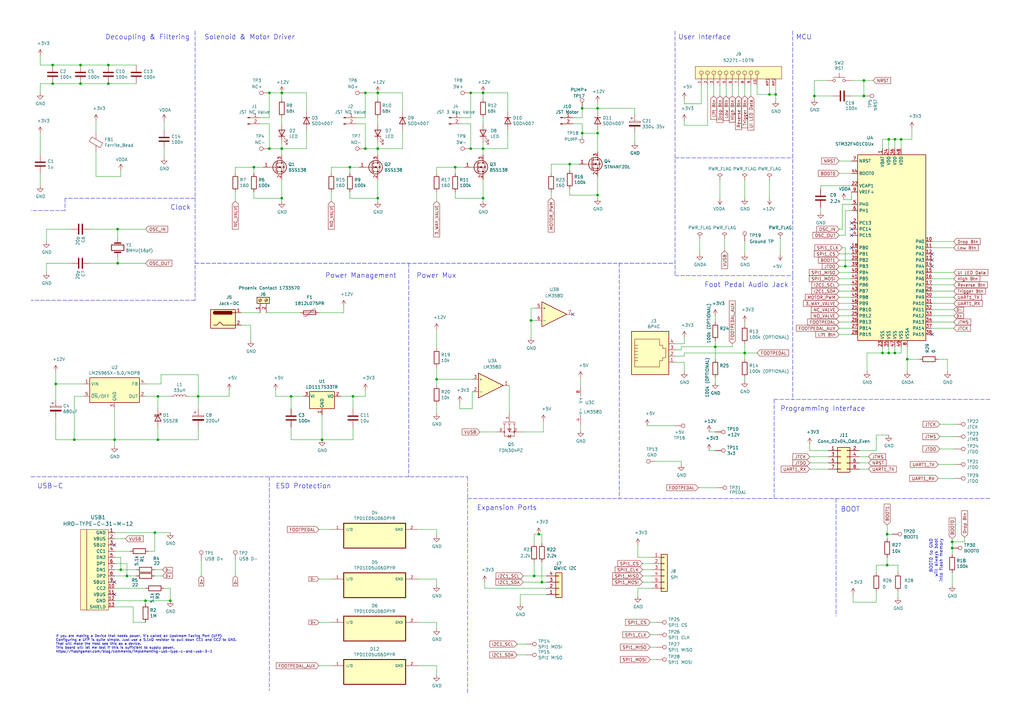
<source format=kicad_sch>
(kicad_sch (version 20210126) (generator eeschema)
  (paper "A3")
  (title_block (title "Sucker One Mainboard") (date "2020-12-18") (rev "1"))
  (junction (at 21.59 26.67) (diameter 0.9144))
  (junction (at 21.59 34.29) (diameter 0.9144))
  (junction (at 22.86 157.48) (diameter 0.9144))
  (junction (at 30.48 180.34) (diameter 0.9144))
  (junction (at 33.02 26.67) (diameter 0.9144))
  (junction (at 33.02 34.29) (diameter 0.9144))
  (junction (at 44.45 26.67) (diameter 0.9144))
  (junction (at 44.45 34.29) (diameter 0.9144))
  (junction (at 46.99 180.34) (diameter 0.9144))
  (junction (at 48.26 93.98) (diameter 0.9144))
  (junction (at 48.26 107.95) (diameter 0.9144))
  (junction (at 49.53 233.68) (diameter 0.9144))
  (junction (at 52.07 236.22) (diameter 0.9144))
  (junction (at 59.69 246.38) (diameter 0.9144))
  (junction (at 63.5 218.44) (diameter 0.9144))
  (junction (at 64.77 162.56) (diameter 0.9144))
  (junction (at 64.77 180.34) (diameter 0.9144))
  (junction (at 69.85 246.38) (diameter 0.9144))
  (junction (at 81.28 162.56) (diameter 0.9144))
  (junction (at 104.14 68.58) (diameter 0.9144))
  (junction (at 110.49 38.1) (diameter 0.9144))
  (junction (at 110.49 60.96) (diameter 0.9144))
  (junction (at 115.57 38.1) (diameter 0.9144))
  (junction (at 115.57 60.96) (diameter 0.9144))
  (junction (at 115.57 81.28) (diameter 0.9144))
  (junction (at 119.38 162.56) (diameter 0.9144))
  (junction (at 132.08 180.34) (diameter 0.9144))
  (junction (at 143.51 68.58) (diameter 0.9144))
  (junction (at 144.78 162.56) (diameter 0.9144))
  (junction (at 149.86 38.1) (diameter 0.9144))
  (junction (at 149.86 60.96) (diameter 0.9144))
  (junction (at 154.94 38.1) (diameter 0.9144))
  (junction (at 154.94 60.96) (diameter 0.9144))
  (junction (at 154.94 81.28) (diameter 0.9144))
  (junction (at 179.07 155.575) (diameter 0.9144))
  (junction (at 186.69 68.58) (diameter 0.9144))
  (junction (at 193.04 38.1) (diameter 0.9144))
  (junction (at 193.04 60.96) (diameter 0.9144))
  (junction (at 198.12 38.1) (diameter 0.9144))
  (junction (at 198.12 60.96) (diameter 0.9144))
  (junction (at 198.12 81.28) (diameter 0.9144))
  (junction (at 217.805 131.445) (diameter 0.9144))
  (junction (at 219.075 236.22) (diameter 0.9144))
  (junction (at 220.98 219.075) (diameter 0.9144))
  (junction (at 222.25 238.76) (diameter 0.9144))
  (junction (at 233.68 67.31) (diameter 0.9144))
  (junction (at 238.76 44.45) (diameter 0.9144))
  (junction (at 238.76 54.61) (diameter 0.9144))
  (junction (at 245.11 44.45) (diameter 0.9144))
  (junction (at 245.11 54.61) (diameter 0.9144))
  (junction (at 245.11 80.01) (diameter 0.9144))
  (junction (at 293.37 142.24) (diameter 0.9144))
  (junction (at 305.435 144.78) (diameter 0.9144))
  (junction (at 315.595 38.735) (diameter 0.9144))
  (junction (at 318.135 38.735) (diameter 0.9144))
  (junction (at 334.01 39.37) (diameter 0.9144))
  (junction (at 346.71 109.22) (diameter 0.9144))
  (junction (at 354.33 33.02) (diameter 0.9144))
  (junction (at 354.33 39.37) (diameter 0.9144))
  (junction (at 361.95 144.78) (diameter 0.9144))
  (junction (at 363.855 219.075) (diameter 0.9144))
  (junction (at 363.855 231.775) (diameter 0.9144))
  (junction (at 364.49 57.15) (diameter 0.9144))
  (junction (at 364.49 144.78) (diameter 0.9144))
  (junction (at 367.03 57.15) (diameter 0.9144))
  (junction (at 367.03 144.78) (diameter 0.9144))
  (junction (at 369.57 57.15) (diameter 0.9144))
  (junction (at 372.11 147.32) (diameter 0.9144))
  (junction (at 390.525 222.25) (diameter 0.9144))
  (junction (at 390.525 224.79) (diameter 0.9144))
  (no_connect (at 46.99 223.52))
  (no_connect (at 46.99 238.76))
  (no_connect (at 46.99 243.84))
  (no_connect (at 234.95 128.905))
  (no_connect (at 349.25 91.44))
  (no_connect (at 349.25 93.98))
  (no_connect (at 349.25 96.52))
  (no_connect (at 349.25 101.6))
  (no_connect (at 382.27 104.14))
  (no_connect (at 382.27 106.68))
  (no_connect (at 382.27 109.22))
  (no_connect (at 382.27 137.16))
  (wire (pts (xy 16.51 22.86) (xy 16.51 26.67)))
  (wire (pts (xy 16.51 26.67) (xy 21.59 26.67)))
  (wire (pts (xy 16.51 34.29) (xy 21.59 34.29)))
  (wire (pts (xy 16.51 38.1) (xy 16.51 34.29)))
  (wire (pts (xy 16.51 54.61) (xy 16.51 63.5)))
  (wire (pts (xy 16.51 76.2) (xy 16.51 71.12)))
  (wire (pts (xy 19.05 93.98) (xy 29.21 93.98)))
  (wire (pts (xy 19.05 99.06) (xy 19.05 93.98)))
  (wire (pts (xy 19.05 107.95) (xy 29.21 107.95)))
  (wire (pts (xy 19.05 111.76) (xy 19.05 107.95)))
  (wire (pts (xy 21.59 26.67) (xy 33.02 26.67)))
  (wire (pts (xy 21.59 34.29) (xy 33.02 34.29)))
  (wire (pts (xy 22.86 152.4) (xy 22.86 157.48)))
  (wire (pts (xy 22.86 157.48) (xy 34.29 157.48)))
  (wire (pts (xy 22.86 163.83) (xy 22.86 157.48)))
  (wire (pts (xy 22.86 171.45) (xy 22.86 180.34)))
  (wire (pts (xy 22.86 180.34) (xy 30.48 180.34)))
  (wire (pts (xy 30.48 162.56) (xy 30.48 180.34)))
  (wire (pts (xy 30.48 180.34) (xy 46.99 180.34)))
  (wire (pts (xy 33.02 26.67) (xy 44.45 26.67)))
  (wire (pts (xy 33.02 34.29) (xy 44.45 34.29)))
  (wire (pts (xy 34.29 162.56) (xy 30.48 162.56)))
  (wire (pts (xy 36.83 93.98) (xy 48.26 93.98)))
  (wire (pts (xy 36.83 107.95) (xy 48.26 107.95)))
  (wire (pts (xy 39.37 54.61) (xy 39.37 49.53)))
  (wire (pts (xy 39.37 62.23) (xy 39.37 72.39)))
  (wire (pts (xy 39.37 72.39) (xy 49.53 72.39)))
  (wire (pts (xy 44.45 26.67) (xy 55.88 26.67)))
  (wire (pts (xy 44.45 34.29) (xy 55.88 34.29)))
  (wire (pts (xy 46.99 180.34) (xy 46.99 167.64)))
  (wire (pts (xy 46.99 180.34) (xy 64.77 180.34)))
  (wire (pts (xy 46.99 182.88) (xy 46.99 180.34)))
  (wire (pts (xy 46.99 218.44) (xy 63.5 218.44)))
  (wire (pts (xy 46.99 220.98) (xy 51.435 220.98)))
  (wire (pts (xy 46.99 226.06) (xy 53.34 226.06)))
  (wire (pts (xy 46.99 228.6) (xy 49.53 228.6)))
  (wire (pts (xy 46.99 233.68) (xy 49.53 233.68)))
  (wire (pts (xy 46.99 236.22) (xy 52.07 236.22)))
  (wire (pts (xy 46.99 241.3) (xy 59.69 241.3)))
  (wire (pts (xy 48.26 93.98) (xy 48.26 97.79)))
  (wire (pts (xy 48.26 93.98) (xy 59.69 93.98)))
  (wire (pts (xy 48.26 107.95) (xy 48.26 105.41)))
  (wire (pts (xy 48.26 107.95) (xy 59.69 107.95)))
  (wire (pts (xy 49.53 72.39) (xy 49.53 69.85)))
  (wire (pts (xy 49.53 228.6) (xy 49.53 233.68)))
  (wire (pts (xy 49.53 233.68) (xy 55.88 233.68)))
  (wire (pts (xy 52.07 231.14) (xy 46.99 231.14)))
  (wire (pts (xy 52.07 236.22) (xy 52.07 231.14)))
  (wire (pts (xy 52.07 236.22) (xy 55.88 236.22)))
  (wire (pts (xy 54.61 248.92) (xy 46.99 248.92)))
  (wire (pts (xy 54.61 255.27) (xy 54.61 248.92)))
  (wire (pts (xy 59.69 246.38) (xy 46.99 246.38)))
  (wire (pts (xy 59.69 246.38) (xy 69.85 246.38)))
  (wire (pts (xy 59.69 247.65) (xy 59.69 246.38)))
  (wire (pts (xy 59.69 255.27) (xy 54.61 255.27)))
  (wire (pts (xy 60.96 226.06) (xy 63.5 226.06)))
  (wire (pts (xy 63.5 218.44) (xy 69.85 218.44)))
  (wire (pts (xy 63.5 226.06) (xy 63.5 218.44)))
  (wire (pts (xy 63.5 233.68) (xy 66.675 233.68)))
  (wire (pts (xy 63.5 236.22) (xy 66.675 236.22)))
  (wire (pts (xy 64.77 162.56) (xy 59.69 162.56)))
  (wire (pts (xy 64.77 162.56) (xy 69.85 162.56)))
  (wire (pts (xy 64.77 167.64) (xy 64.77 162.56)))
  (wire (pts (xy 64.77 175.26) (xy 64.77 180.34)))
  (wire (pts (xy 66.04 153.67) (xy 66.04 157.48)))
  (wire (pts (xy 66.04 157.48) (xy 59.69 157.48)))
  (wire (pts (xy 67.31 49.53) (xy 67.31 53.34)))
  (wire (pts (xy 67.31 64.77) (xy 67.31 60.96)))
  (wire (pts (xy 67.31 241.3) (xy 69.85 241.3)))
  (wire (pts (xy 69.85 241.3) (xy 69.85 246.38)))
  (wire (pts (xy 77.47 162.56) (xy 81.28 162.56)))
  (wire (pts (xy 81.28 153.67) (xy 66.04 153.67)))
  (wire (pts (xy 81.28 153.67) (xy 81.28 162.56)))
  (wire (pts (xy 81.28 162.56) (xy 93.98 162.56)))
  (wire (pts (xy 81.28 167.64) (xy 81.28 162.56)))
  (wire (pts (xy 81.28 175.26) (xy 81.28 180.34)))
  (wire (pts (xy 81.28 180.34) (xy 64.77 180.34)))
  (wire (pts (xy 82.55 236.22) (xy 82.55 229.87)))
  (wire (pts (xy 93.98 162.56) (xy 93.98 160.02)))
  (wire (pts (xy 96.52 68.58) (xy 104.14 68.58)))
  (wire (pts (xy 96.52 71.12) (xy 96.52 68.58)))
  (wire (pts (xy 96.52 78.74) (xy 96.52 82.55)))
  (wire (pts (xy 96.52 236.22) (xy 96.52 229.87)))
  (wire (pts (xy 99.06 128.27) (xy 106.68 128.27)))
  (wire (pts (xy 99.06 133.35) (xy 102.87 133.35)))
  (wire (pts (xy 102.87 133.35) (xy 102.87 139.7)))
  (wire (pts (xy 104.14 68.58) (xy 107.95 68.58)))
  (wire (pts (xy 104.14 71.12) (xy 104.14 68.58)))
  (wire (pts (xy 104.14 78.74) (xy 104.14 81.28)))
  (wire (pts (xy 104.14 81.28) (xy 115.57 81.28)))
  (wire (pts (xy 106.68 48.26) (xy 110.49 48.26)))
  (wire (pts (xy 106.68 50.8) (xy 110.49 50.8)))
  (wire (pts (xy 109.22 128.27) (xy 123.19 128.27)))
  (wire (pts (xy 110.49 38.1) (xy 115.57 38.1)))
  (wire (pts (xy 110.49 48.26) (xy 110.49 38.1)))
  (wire (pts (xy 110.49 50.8) (xy 110.49 60.96)))
  (wire (pts (xy 110.49 60.96) (xy 115.57 60.96)))
  (wire (pts (xy 113.03 160.02) (xy 113.03 162.56)))
  (wire (pts (xy 113.03 162.56) (xy 119.38 162.56)))
  (wire (pts (xy 115.57 38.1) (xy 115.57 40.64)))
  (wire (pts (xy 115.57 50.8) (xy 115.57 48.26)))
  (wire (pts (xy 115.57 60.96) (xy 115.57 58.42)))
  (wire (pts (xy 115.57 60.96) (xy 125.73 60.96)))
  (wire (pts (xy 115.57 63.5) (xy 115.57 60.96)))
  (wire (pts (xy 115.57 73.66) (xy 115.57 81.28)))
  (wire (pts (xy 115.57 81.28) (xy 115.57 82.55)))
  (wire (pts (xy 119.38 162.56) (xy 124.46 162.56)))
  (wire (pts (xy 119.38 167.64) (xy 119.38 162.56)))
  (wire (pts (xy 119.38 175.26) (xy 119.38 180.34)))
  (wire (pts (xy 119.38 180.34) (xy 132.08 180.34)))
  (wire (pts (xy 125.73 38.1) (xy 115.57 38.1)))
  (wire (pts (xy 125.73 45.72) (xy 125.73 38.1)))
  (wire (pts (xy 125.73 60.96) (xy 125.73 53.34)))
  (wire (pts (xy 130.81 128.27) (xy 140.97 128.27)))
  (wire (pts (xy 130.81 217.17) (xy 135.89 217.17)))
  (wire (pts (xy 130.81 237.49) (xy 135.89 237.49)))
  (wire (pts (xy 130.81 255.27) (xy 135.89 255.27)))
  (wire (pts (xy 130.81 273.05) (xy 135.89 273.05)))
  (wire (pts (xy 132.08 180.34) (xy 132.08 170.18)))
  (wire (pts (xy 132.08 180.34) (xy 144.78 180.34)))
  (wire (pts (xy 135.89 68.58) (xy 143.51 68.58)))
  (wire (pts (xy 135.89 71.12) (xy 135.89 68.58)))
  (wire (pts (xy 135.89 78.74) (xy 135.89 82.55)))
  (wire (pts (xy 140.97 128.27) (xy 140.97 125.73)))
  (wire (pts (xy 143.51 68.58) (xy 147.32 68.58)))
  (wire (pts (xy 143.51 71.12) (xy 143.51 68.58)))
  (wire (pts (xy 143.51 78.74) (xy 143.51 81.28)))
  (wire (pts (xy 143.51 81.28) (xy 154.94 81.28)))
  (wire (pts (xy 144.78 162.56) (xy 139.7 162.56)))
  (wire (pts (xy 144.78 167.64) (xy 144.78 162.56)))
  (wire (pts (xy 144.78 180.34) (xy 144.78 175.26)))
  (wire (pts (xy 146.05 48.26) (xy 149.86 48.26)))
  (wire (pts (xy 146.05 50.8) (xy 149.86 50.8)))
  (wire (pts (xy 149.86 38.1) (xy 154.94 38.1)))
  (wire (pts (xy 149.86 48.26) (xy 149.86 38.1)))
  (wire (pts (xy 149.86 50.8) (xy 149.86 60.96)))
  (wire (pts (xy 149.86 60.96) (xy 154.94 60.96)))
  (wire (pts (xy 149.86 160.02) (xy 149.86 162.56)))
  (wire (pts (xy 149.86 162.56) (xy 144.78 162.56)))
  (wire (pts (xy 154.94 38.1) (xy 154.94 40.64)))
  (wire (pts (xy 154.94 50.8) (xy 154.94 48.26)))
  (wire (pts (xy 154.94 60.96) (xy 154.94 58.42)))
  (wire (pts (xy 154.94 60.96) (xy 165.1 60.96)))
  (wire (pts (xy 154.94 63.5) (xy 154.94 60.96)))
  (wire (pts (xy 154.94 73.66) (xy 154.94 81.28)))
  (wire (pts (xy 154.94 81.28) (xy 154.94 82.55)))
  (wire (pts (xy 165.1 38.1) (xy 154.94 38.1)))
  (wire (pts (xy 165.1 45.72) (xy 165.1 38.1)))
  (wire (pts (xy 165.1 60.96) (xy 165.1 53.34)))
  (wire (pts (xy 171.45 217.17) (xy 179.07 217.17)))
  (wire (pts (xy 171.45 237.49) (xy 179.07 237.49)))
  (wire (pts (xy 171.45 255.27) (xy 179.07 255.27)))
  (wire (pts (xy 171.45 273.05) (xy 179.07 273.05)))
  (wire (pts (xy 179.07 68.58) (xy 186.69 68.58)))
  (wire (pts (xy 179.07 71.12) (xy 179.07 68.58)))
  (wire (pts (xy 179.07 78.74) (xy 179.07 82.55)))
  (wire (pts (xy 179.07 135.255) (xy 179.07 142.875)))
  (wire (pts (xy 179.07 150.495) (xy 179.07 155.575)))
  (wire (pts (xy 179.07 155.575) (xy 179.07 158.115)))
  (wire (pts (xy 179.07 155.575) (xy 193.675 155.575)))
  (wire (pts (xy 179.07 165.735) (xy 179.07 169.545)))
  (wire (pts (xy 179.07 217.17) (xy 179.07 219.71)))
  (wire (pts (xy 179.07 237.49) (xy 179.07 240.03)))
  (wire (pts (xy 179.07 255.27) (xy 179.07 257.81)))
  (wire (pts (xy 179.07 273.05) (xy 179.07 276.86)))
  (wire (pts (xy 186.69 68.58) (xy 190.5 68.58)))
  (wire (pts (xy 186.69 71.12) (xy 186.69 68.58)))
  (wire (pts (xy 186.69 78.74) (xy 186.69 81.28)))
  (wire (pts (xy 186.69 81.28) (xy 198.12 81.28)))
  (wire (pts (xy 188.595 165.1) (xy 188.595 167.64)))
  (wire (pts (xy 188.595 167.64) (xy 193.675 167.64)))
  (wire (pts (xy 189.23 48.26) (xy 193.04 48.26)))
  (wire (pts (xy 189.23 50.8) (xy 193.04 50.8)))
  (wire (pts (xy 193.04 38.1) (xy 198.12 38.1)))
  (wire (pts (xy 193.04 48.26) (xy 193.04 38.1)))
  (wire (pts (xy 193.04 50.8) (xy 193.04 60.96)))
  (wire (pts (xy 193.04 60.96) (xy 198.12 60.96)))
  (wire (pts (xy 193.675 167.64) (xy 193.675 160.655)))
  (wire (pts (xy 196.85 177.165) (xy 203.835 177.165)))
  (wire (pts (xy 198.12 38.1) (xy 198.12 40.64)))
  (wire (pts (xy 198.12 50.8) (xy 198.12 48.26)))
  (wire (pts (xy 198.12 60.96) (xy 198.12 58.42)))
  (wire (pts (xy 198.12 60.96) (xy 208.28 60.96)))
  (wire (pts (xy 198.12 63.5) (xy 198.12 60.96)))
  (wire (pts (xy 198.12 73.66) (xy 198.12 81.28)))
  (wire (pts (xy 198.12 81.28) (xy 198.12 82.55)))
  (wire (pts (xy 198.755 241.3) (xy 198.755 238.76)))
  (wire (pts (xy 198.755 241.3) (xy 224.155 241.3)))
  (wire (pts (xy 208.28 38.1) (xy 198.12 38.1)))
  (wire (pts (xy 208.28 45.72) (xy 208.28 38.1)))
  (wire (pts (xy 208.28 60.96) (xy 208.28 53.34)))
  (wire (pts (xy 208.915 158.115) (xy 208.915 169.545)))
  (wire (pts (xy 212.09 264.16) (xy 215.9 264.16)))
  (wire (pts (xy 212.09 268.605) (xy 215.9 268.605)))
  (wire (pts (xy 213.36 243.84) (xy 224.155 243.84)))
  (wire (pts (xy 213.36 247.65) (xy 213.36 243.84)))
  (wire (pts (xy 213.995 177.165) (xy 222.885 177.165)))
  (wire (pts (xy 214.63 236.22) (xy 219.075 236.22)))
  (wire (pts (xy 214.63 238.76) (xy 222.25 238.76)))
  (wire (pts (xy 217.805 126.365) (xy 217.805 131.445)))
  (wire (pts (xy 217.805 131.445) (xy 219.71 131.445)))
  (wire (pts (xy 217.805 138.43) (xy 217.805 131.445)))
  (wire (pts (xy 219.075 219.075) (xy 219.075 222.885)))
  (wire (pts (xy 219.075 219.075) (xy 220.98 219.075)))
  (wire (pts (xy 219.075 230.505) (xy 219.075 236.22)))
  (wire (pts (xy 219.075 236.22) (xy 224.155 236.22)))
  (wire (pts (xy 219.71 126.365) (xy 217.805 126.365)))
  (wire (pts (xy 220.98 219.075) (xy 222.25 219.075)))
  (wire (pts (xy 222.25 219.075) (xy 222.25 222.885)))
  (wire (pts (xy 222.25 230.505) (xy 222.25 238.76)))
  (wire (pts (xy 222.25 238.76) (xy 224.155 238.76)))
  (wire (pts (xy 222.885 177.165) (xy 222.885 172.72)))
  (wire (pts (xy 226.06 67.31) (xy 226.06 71.12)))
  (wire (pts (xy 226.06 67.31) (xy 233.68 67.31)))
  (wire (pts (xy 226.06 78.74) (xy 226.06 81.28)))
  (wire (pts (xy 233.68 67.31) (xy 237.49 67.31)))
  (wire (pts (xy 233.68 69.85) (xy 233.68 67.31)))
  (wire (pts (xy 233.68 77.47) (xy 233.68 80.01)))
  (wire (pts (xy 233.68 80.01) (xy 245.11 80.01)))
  (wire (pts (xy 234.95 48.26) (xy 238.76 48.26)))
  (wire (pts (xy 234.95 50.8) (xy 238.76 50.8)))
  (wire (pts (xy 238.125 154.94) (xy 238.125 158.75)))
  (wire (pts (xy 238.125 173.99) (xy 238.125 176.53)))
  (wire (pts (xy 238.76 44.45) (xy 245.11 44.45)))
  (wire (pts (xy 238.76 48.26) (xy 238.76 44.45)))
  (wire (pts (xy 238.76 50.8) (xy 238.76 54.61)))
  (wire (pts (xy 238.76 54.61) (xy 245.11 54.61)))
  (wire (pts (xy 245.11 44.45) (xy 245.11 41.91)))
  (wire (pts (xy 245.11 45.72) (xy 245.11 44.45)))
  (wire (pts (xy 245.11 53.34) (xy 245.11 54.61)))
  (wire (pts (xy 245.11 54.61) (xy 245.11 62.23)))
  (wire (pts (xy 245.11 72.39) (xy 245.11 80.01)))
  (wire (pts (xy 245.11 80.01) (xy 245.11 81.28)))
  (wire (pts (xy 260.35 44.45) (xy 245.11 44.45)))
  (wire (pts (xy 260.35 46.99) (xy 260.35 44.45)))
  (wire (pts (xy 260.35 58.42) (xy 260.35 54.61)))
  (wire (pts (xy 261.62 223.52) (xy 261.62 228.6)))
  (wire (pts (xy 261.62 228.6) (xy 267.335 228.6)))
  (wire (pts (xy 261.62 241.3) (xy 267.335 241.3)))
  (wire (pts (xy 261.62 244.475) (xy 261.62 241.3)))
  (wire (pts (xy 263.525 231.14) (xy 267.335 231.14)))
  (wire (pts (xy 263.525 233.68) (xy 267.335 233.68)))
  (wire (pts (xy 263.525 236.22) (xy 267.335 236.22)))
  (wire (pts (xy 263.525 238.76) (xy 267.335 238.76)))
  (wire (pts (xy 265.43 174.625) (xy 276.86 174.625)))
  (wire (pts (xy 266.7 255.27) (xy 269.24 255.27)))
  (wire (pts (xy 266.7 265.43) (xy 269.24 265.43)))
  (wire (pts (xy 269.24 189.23) (xy 279.4 189.23)))
  (wire (pts (xy 269.24 260.35) (xy 266.7 260.35)))
  (wire (pts (xy 269.24 270.51) (xy 266.7 270.51)))
  (wire (pts (xy 276.86 140.97) (xy 280.67 140.97)))
  (wire (pts (xy 276.86 148.59) (xy 280.67 148.59)))
  (wire (pts (xy 279.4 142.24) (xy 279.4 143.51)))
  (wire (pts (xy 279.4 142.24) (xy 293.37 142.24)))
  (wire (pts (xy 279.4 143.51) (xy 276.86 143.51)))
  (wire (pts (xy 279.4 189.23) (xy 279.4 190.5)))
  (wire (pts (xy 280.67 40.64) (xy 280.67 42.545)))
  (wire (pts (xy 280.67 42.545) (xy 287.655 42.545)))
  (wire (pts (xy 280.67 49.53) (xy 280.67 51.435)))
  (wire (pts (xy 280.67 51.435) (xy 290.195 51.435)))
  (wire (pts (xy 280.67 140.97) (xy 280.67 138.43)))
  (wire (pts (xy 280.67 144.78) (xy 280.67 146.05)))
  (wire (pts (xy 280.67 144.78) (xy 305.435 144.78)))
  (wire (pts (xy 280.67 146.05) (xy 276.86 146.05)))
  (wire (pts (xy 280.67 148.59) (xy 280.67 152.4)))
  (wire (pts (xy 286.385 200.025) (xy 294.005 200.025)))
  (wire (pts (xy 287.02 104.14) (xy 287.02 97.79)))
  (wire (pts (xy 287.655 42.545) (xy 287.655 34.925)))
  (wire (pts (xy 290.195 34.925) (xy 290.195 51.435)))
  (wire (pts (xy 290.83 177.165) (xy 293.37 177.165)))
  (wire (pts (xy 290.83 184.785) (xy 293.37 184.785)))
  (wire (pts (xy 292.735 34.925) (xy 292.735 39.37)))
  (wire (pts (xy 293.37 129.54) (xy 293.37 132.08)))
  (wire (pts (xy 293.37 142.24) (xy 293.37 139.7)))
  (wire (pts (xy 293.37 142.24) (xy 293.37 147.32)))
  (wire (pts (xy 293.37 154.94) (xy 293.37 156.845)))
  (wire (pts (xy 295.275 34.925) (xy 295.275 39.37)))
  (wire (pts (xy 295.275 73.66) (xy 295.275 81.28)))
  (wire (pts (xy 297.18 97.79) (xy 297.18 102.87)))
  (wire (pts (xy 297.815 34.925) (xy 297.815 39.37)))
  (wire (pts (xy 300.355 34.925) (xy 300.355 39.37)))
  (wire (pts (xy 300.355 140.97) (xy 300.355 142.24)))
  (wire (pts (xy 300.355 142.24) (xy 293.37 142.24)))
  (wire (pts (xy 302.895 34.925) (xy 302.895 39.37)))
  (wire (pts (xy 305.435 34.925) (xy 305.435 39.37)))
  (wire (pts (xy 305.435 81.28) (xy 305.435 73.66)))
  (wire (pts (xy 305.435 99.06) (xy 305.435 104.14)))
  (wire (pts (xy 305.435 133.35) (xy 305.435 132.08)))
  (wire (pts (xy 305.435 140.97) (xy 305.435 144.78)))
  (wire (pts (xy 305.435 144.78) (xy 310.515 144.78)))
  (wire (pts (xy 305.435 147.32) (xy 305.435 144.78)))
  (wire (pts (xy 305.435 156.21) (xy 305.435 154.94)))
  (wire (pts (xy 307.975 34.925) (xy 307.975 39.37)))
  (wire (pts (xy 310.515 34.925) (xy 310.515 38.735)))
  (wire (pts (xy 310.515 38.735) (xy 315.595 38.735)))
  (wire (pts (xy 315.595 34.925) (xy 315.595 38.735)))
  (wire (pts (xy 315.595 38.735) (xy 318.135 38.735)))
  (wire (pts (xy 315.595 73.66) (xy 315.595 81.28)))
  (wire (pts (xy 318.135 34.925) (xy 318.135 38.735)))
  (wire (pts (xy 318.135 38.735) (xy 318.135 41.275)))
  (wire (pts (xy 320.04 97.79) (xy 320.04 104.14)))
  (wire (pts (xy 332.105 182.245) (xy 332.105 184.785)))
  (wire (pts (xy 332.105 184.785) (xy 339.725 184.785)))
  (wire (pts (xy 332.105 187.325) (xy 339.725 187.325)))
  (wire (pts (xy 332.105 189.865) (xy 339.725 189.865)))
  (wire (pts (xy 332.105 192.405) (xy 339.725 192.405)))
  (wire (pts (xy 334.01 33.02) (xy 339.09 33.02)))
  (wire (pts (xy 334.01 39.37) (xy 334.01 33.02)))
  (wire (pts (xy 334.01 40.64) (xy 334.01 39.37)))
  (wire (pts (xy 336.55 76.2) (xy 349.25 76.2)))
  (wire (pts (xy 336.55 77.47) (xy 336.55 76.2)))
  (wire (pts (xy 336.55 85.09) (xy 336.55 86.995)))
  (wire (pts (xy 341.63 39.37) (xy 334.01 39.37)))
  (wire (pts (xy 344.17 66.04) (xy 349.25 66.04)))
  (wire (pts (xy 344.17 71.12) (xy 349.25 71.12)))
  (wire (pts (xy 344.17 93.98) (xy 345.44 93.98)))
  (wire (pts (xy 344.17 96.52) (xy 346.71 96.52)))
  (wire (pts (xy 344.17 104.14) (xy 349.25 104.14)))
  (wire (pts (xy 344.17 106.68) (xy 349.25 106.68)))
  (wire (pts (xy 344.17 109.22) (xy 346.71 109.22)))
  (wire (pts (xy 344.17 111.76) (xy 349.25 111.76)))
  (wire (pts (xy 344.17 114.3) (xy 349.25 114.3)))
  (wire (pts (xy 344.17 116.84) (xy 349.25 116.84)))
  (wire (pts (xy 344.17 119.38) (xy 349.25 119.38)))
  (wire (pts (xy 344.17 121.92) (xy 349.25 121.92)))
  (wire (pts (xy 344.17 124.46) (xy 349.25 124.46)))
  (wire (pts (xy 344.17 127) (xy 349.25 127)))
  (wire (pts (xy 344.17 129.54) (xy 349.25 129.54)))
  (wire (pts (xy 344.17 132.08) (xy 349.25 132.08)))
  (wire (pts (xy 344.17 134.62) (xy 349.25 134.62)))
  (wire (pts (xy 344.17 137.16) (xy 349.25 137.16)))
  (wire (pts (xy 345.44 83.82) (xy 349.25 83.82)))
  (wire (pts (xy 345.44 93.98) (xy 345.44 83.82)))
  (wire (pts (xy 345.44 101.6) (xy 346.71 101.6)))
  (wire (pts (xy 346.075 81.915) (xy 349.25 81.915)))
  (wire (pts (xy 346.71 86.36) (xy 349.25 86.36)))
  (wire (pts (xy 346.71 96.52) (xy 346.71 86.36)))
  (wire (pts (xy 346.71 101.6) (xy 346.71 109.22)))
  (wire (pts (xy 346.71 109.22) (xy 349.25 109.22)))
  (wire (pts (xy 349.25 33.02) (xy 354.33 33.02)))
  (wire (pts (xy 349.25 39.37) (xy 354.33 39.37)))
  (wire (pts (xy 349.25 81.915) (xy 349.25 78.74)))
  (wire (pts (xy 349.885 243.84) (xy 349.885 247.015)))
  (wire (pts (xy 349.885 247.015) (xy 359.41 247.015)))
  (wire (pts (xy 352.425 184.785) (xy 359.41 184.785)))
  (wire (pts (xy 352.425 187.325) (xy 356.235 187.325)))
  (wire (pts (xy 352.425 189.865) (xy 356.235 189.865)))
  (wire (pts (xy 352.425 192.405) (xy 356.235 192.405)))
  (wire (pts (xy 354.33 33.02) (xy 358.14 33.02)))
  (wire (pts (xy 354.33 39.37) (xy 354.33 33.02)))
  (wire (pts (xy 355.6 144.78) (xy 355.6 152.4)))
  (wire (pts (xy 355.6 144.78) (xy 361.95 144.78)))
  (wire (pts (xy 359.41 178.435) (xy 364.49 178.435)))
  (wire (pts (xy 359.41 184.785) (xy 359.41 178.435)))
  (wire (pts (xy 359.41 231.775) (xy 359.41 234.95)))
  (wire (pts (xy 359.41 247.015) (xy 359.41 242.57)))
  (wire (pts (xy 361.95 57.15) (xy 364.49 57.15)))
  (wire (pts (xy 361.95 60.96) (xy 361.95 57.15)))
  (wire (pts (xy 361.95 144.78) (xy 361.95 142.24)))
  (wire (pts (xy 361.95 144.78) (xy 364.49 144.78)))
  (wire (pts (xy 363.855 215.265) (xy 363.855 219.075)))
  (wire (pts (xy 363.855 219.075) (xy 363.855 220.98)))
  (wire (pts (xy 363.855 219.075) (xy 365.76 219.075)))
  (wire (pts (xy 363.855 228.6) (xy 363.855 231.775)))
  (wire (pts (xy 363.855 231.775) (xy 359.41 231.775)))
  (wire (pts (xy 364.49 57.15) (xy 367.03 57.15)))
  (wire (pts (xy 364.49 60.96) (xy 364.49 57.15)))
  (wire (pts (xy 364.49 144.78) (xy 364.49 142.24)))
  (wire (pts (xy 364.49 144.78) (xy 367.03 144.78)))
  (wire (pts (xy 367.03 57.15) (xy 367.03 60.96)))
  (wire (pts (xy 367.03 144.78) (xy 367.03 142.24)))
  (wire (pts (xy 367.03 144.78) (xy 369.57 144.78)))
  (wire (pts (xy 368.3 231.775) (xy 363.855 231.775)))
  (wire (pts (xy 368.3 234.95) (xy 368.3 231.775)))
  (wire (pts (xy 368.3 242.57) (xy 368.3 245.11)))
  (wire (pts (xy 369.57 57.15) (xy 367.03 57.15)))
  (wire (pts (xy 369.57 57.15) (xy 369.57 60.96)))
  (wire (pts (xy 369.57 144.78) (xy 369.57 142.24)))
  (wire (pts (xy 372.11 147.32) (xy 372.11 142.24)))
  (wire (pts (xy 372.11 152.4) (xy 372.11 147.32)))
  (wire (pts (xy 374.015 52.705) (xy 374.015 57.15)))
  (wire (pts (xy 374.015 57.15) (xy 369.57 57.15)))
  (wire (pts (xy 377.19 147.32) (xy 372.11 147.32)))
  (wire (pts (xy 382.27 99.06) (xy 391.16 99.06)))
  (wire (pts (xy 382.27 101.6) (xy 391.16 101.6)))
  (wire (pts (xy 382.27 111.76) (xy 391.16 111.76)))
  (wire (pts (xy 382.27 114.3) (xy 391.16 114.3)))
  (wire (pts (xy 382.27 116.84) (xy 391.16 116.84)))
  (wire (pts (xy 382.27 119.38) (xy 391.16 119.38)))
  (wire (pts (xy 382.27 121.92) (xy 391.16 121.92)))
  (wire (pts (xy 382.27 124.46) (xy 391.16 124.46)))
  (wire (pts (xy 382.27 127) (xy 391.16 127)))
  (wire (pts (xy 382.27 129.54) (xy 391.16 129.54)))
  (wire (pts (xy 382.27 132.08) (xy 391.16 132.08)))
  (wire (pts (xy 382.27 134.62) (xy 391.16 134.62)))
  (wire (pts (xy 384.81 147.32) (xy 388.62 147.32)))
  (wire (pts (xy 384.81 190.5) (xy 391.795 190.5)))
  (wire (pts (xy 384.81 196.215) (xy 391.795 196.215)))
  (wire (pts (xy 385.445 173.99) (xy 391.795 173.99)))
  (wire (pts (xy 385.445 179.07) (xy 391.795 179.07)))
  (wire (pts (xy 388.62 147.32) (xy 388.62 152.4)))
  (wire (pts (xy 390.525 222.25) (xy 390.525 220.98)))
  (wire (pts (xy 390.525 224.79) (xy 390.525 222.25)))
  (wire (pts (xy 390.525 227.33) (xy 390.525 224.79)))
  (wire (pts (xy 390.525 240.03) (xy 390.525 234.95)))
  (wire (pts (xy 391.795 184.15) (xy 385.445 184.15)))
  (wire (pts (xy 395.605 220.345) (xy 395.605 222.25)))
  (wire (pts (xy 395.605 222.25) (xy 390.525 222.25)))
  (polyline (pts (xy 12.7 195.58) (xy 191.77 195.58)) (stroke (width 0) (type dash)))
  (polyline (pts (xy 26.67 81.28) (xy 26.67 86.36)) (stroke (width 0) (type dash)))
  (polyline (pts (xy 26.67 86.36) (xy 12.7 86.36)) (stroke (width 0) (type dash)))
  (polyline (pts (xy 80.01 12.7) (xy 80.01 123.19)) (stroke (width 0) (type dash)))
  (polyline (pts (xy 80.01 81.28) (xy 26.67 81.28)) (stroke (width 0) (type dash)))
  (polyline (pts (xy 80.01 107.95) (xy 276.86 107.95)) (stroke (width 0) (type dash)))
  (polyline (pts (xy 80.01 123.19) (xy 12.7 123.19)) (stroke (width 0) (type dash)))
  (polyline (pts (xy 110.49 195.58) (xy 110.49 283.21)) (stroke (width 0) (type dash)))
  (polyline (pts (xy 167.64 107.95) (xy 167.64 195.58)) (stroke (width 0) (type dash)))
  (polyline (pts (xy 191.77 195.58) (xy 191.77 284.48)) (stroke (width 0) (type dash)))
  (polyline (pts (xy 191.77 204.47) (xy 406.4 204.47)) (stroke (width 0) (type dash)))
  (polyline (pts (xy 254 107.95) (xy 254 204.47)) (stroke (width 0) (type dash)))
  (polyline (pts (xy 276.86 12.7) (xy 276.86 113.03)) (stroke (width 0) (type dash)))
  (polyline (pts (xy 276.86 64.77) (xy 325.12 64.77)) (stroke (width 0) (type dash)))
  (polyline (pts (xy 276.86 113.03) (xy 325.12 113.03)) (stroke (width 0) (type dash)))
  (polyline (pts (xy 317.5 163.83) (xy 317.5 204.47)) (stroke (width 0) (type dash)))
  (polyline (pts (xy 317.5 163.83) (xy 406.4 163.83)) (stroke (width 0) (type dash)))
  (polyline (pts (xy 325.12 12.7) (xy 325.12 163.83)) (stroke (width 0) (type dash)))
  (polyline (pts (xy 342.9 204.47) (xy 342.9 252.73)) (stroke (width 0) (type dash)))
  (text "USB-C" (at 15.24 200.66 0) (effects (font (size 2.0066 2.0066)) (justify left bottom)))
  (text "If you are making a Device that needs power, it’s called an Upstream Facing Port (UFP). \nConfiguring a UFP is quite simple. Just use a 5.1kΩ resistor to pull down CC1 and CC2 to GND. \nThat will make the Host see this as a device. \nThis board will let me test if this is sufficient to supply power.\nhttps://flashgamer.com/blog/comments/implementing-usb-type-c-and-usb-3-1" (at 22.86 267.97 0) (effects (font (size 0.991 0.991)) (justify left bottom)))
  (text "Decoupling & Filtering" (at 43.18 16.51 0) (effects (font (size 2.0066 2.0066)) (justify left bottom)))
  (text "Clock" (at 69.85 86.36 0) (effects (font (size 2.0066 2.0066)) (justify left bottom)))
  (text "Solenoid & Motor Driver" (at 83.82 16.51 0) (effects (font (size 2.0066 2.0066)) (justify left bottom)))
  (text "ESD Protection" (at 113.03 200.66 0) (effects (font (size 2.0066 2.0066)) (justify left bottom)))
  (text "Power Management" (at 133.35 114.3 0) (effects (font (size 2.0066 2.0066)) (justify left bottom)))
  (text "Power Mux" (at 170.815 114.3 0) (effects (font (size 2.007 2.007)) (justify left bottom)))
  (text "Expansion Ports" (at 195.58 209.55 0) (effects (font (size 2.007 2.007)) (justify left bottom)))
  (text "User Interface" (at 278.13 16.51 0) (effects (font (size 2.007 2.007)) (justify left bottom)))
  (text "Foot Pedal Audio Jack" (at 288.925 118.11 0) (effects (font (size 2.0066 2.0066)) (justify left bottom)))
  (text "Programming Interface" (at 320.04 168.91 0) (effects (font (size 2.0066 2.0066)) (justify left bottom)))
  (text "MCU" (at 326.39 16.51 0) (effects (font (size 2.007 2.007)) (justify left bottom)))
  (text "BOOT" (at 344.805 210.185 0) (effects (font (size 2.0066 2.0066)) (justify left bottom)))
  (text "BOOT0 to GND\nwill always boot\ninto flash memory" (at 386.715 220.98 270) (effects (font (size 1.27 1.27)) (justify right bottom)))
  (global_label "VUSB" (shape input) (at 51.435 220.98 0) (property "Intersheet References" "${INTERSHEET_REFS}" (effects hide)))
  (global_label "OSC_IN" (shape input) (at 59.69 93.98 0) (property "Intersheet References" "${INTERSHEET_REFS}" (effects hide)))
  (global_label "OSC_OUT" (shape input) (at 59.69 107.95 0) (property "Intersheet References" "${INTERSHEET_REFS}" (effects hide)))
  (global_label "D-" (shape input) (at 66.675 233.68 0) (effects (font (size 0.9906 0.9906))) (property "Intersheet References" "${INTERSHEET_REFS}" (effects hide)))
  (global_label "D+" (shape input) (at 66.675 236.22 0) (effects (font (size 0.9906 0.9906))) (property "Intersheet References" "${INTERSHEET_REFS}" (effects hide)))
  (global_label "D+" (shape input) (at 82.55 236.22 270) (effects (font (size 0.9906 0.9906))) (property "Intersheet References" "${INTERSHEET_REFS}" (effects hide)))
  (global_label "NC_VALVE" (shape input) (at 96.52 82.55 270) (property "Intersheet References" "${INTERSHEET_REFS}" (effects hide)))
  (global_label "D-" (shape input) (at 96.52 236.22 270) (effects (font (size 0.9906 0.9906))) (property "Intersheet References" "${INTERSHEET_REFS}" (effects hide)))
  (global_label "FOOTPEDAL" (shape input) (at 130.81 217.17 180) (property "Intersheet References" "${INTERSHEET_REFS}" (effects hide)))
  (global_label "D-" (shape input) (at 130.81 237.49 180) (effects (font (size 0.9906 0.9906))) (property "Intersheet References" "${INTERSHEET_REFS}" (effects hide)))
  (global_label "D+" (shape input) (at 130.81 255.27 180) (effects (font (size 0.9906 0.9906))) (property "Intersheet References" "${INTERSHEET_REFS}" (effects hide)))
  (global_label "FOOTPEDAL_AUX" (shape input) (at 130.81 273.05 180) (property "Intersheet References" "${INTERSHEET_REFS}" (effects hide)))
  (global_label "NO_VALVE" (shape input) (at 135.89 82.55 270) (property "Intersheet References" "${INTERSHEET_REFS}" (effects hide)))
  (global_label "3_WAY_VALVE" (shape input) (at 179.07 82.55 270) (property "Intersheet References" "${INTERSHEET_REFS}" (effects hide)))
  (global_label "VUSB" (shape input) (at 196.85 177.165 180) (property "Intersheet References" "${INTERSHEET_REFS}" (effects hide)))
  (global_label "I2C1_SCL" (shape input) (at 212.09 264.16 180) (property "Intersheet References" "${INTERSHEET_REFS}" (effects hide)))
  (global_label "I2C1_SDA" (shape input) (at 212.09 268.605 180) (property "Intersheet References" "${INTERSHEET_REFS}" (effects hide)))
  (global_label "I2C1_SCL" (shape input) (at 214.63 236.22 180) (property "Intersheet References" "${INTERSHEET_REFS}" (effects hide)))
  (global_label "I2C1_SDA" (shape input) (at 214.63 238.76 180) (property "Intersheet References" "${INTERSHEET_REFS}" (effects hide)))
  (global_label "MOTOR_PWM" (shape input) (at 226.06 81.28 270) (property "Intersheet References" "${INTERSHEET_REFS}" (effects hide)))
  (global_label "SPI1_CS" (shape input) (at 263.525 231.14 180) (property "Intersheet References" "${INTERSHEET_REFS}" (effects hide)))
  (global_label "SPI1_CLK" (shape input) (at 263.525 233.68 180) (property "Intersheet References" "${INTERSHEET_REFS}" (effects hide)))
  (global_label "SPI1_MISO" (shape input) (at 263.525 236.22 180) (property "Intersheet References" "${INTERSHEET_REFS}" (effects hide)))
  (global_label "SPI1_MOSI" (shape input) (at 263.525 238.76 180) (property "Intersheet References" "${INTERSHEET_REFS}" (effects hide)))
  (global_label "SPI1_CS" (shape input) (at 266.7 255.27 180) (property "Intersheet References" "${INTERSHEET_REFS}" (effects hide)))
  (global_label "SPI1_CLK" (shape input) (at 266.7 260.35 180) (property "Intersheet References" "${INTERSHEET_REFS}" (effects hide)))
  (global_label "SPI1_MISO" (shape input) (at 266.7 265.43 180) (property "Intersheet References" "${INTERSHEET_REFS}" (effects hide)))
  (global_label "SPI1_MOSI" (shape input) (at 266.7 270.51 180) (property "Intersheet References" "${INTERSHEET_REFS}" (effects hide)))
  (global_label "FOOTPEDAL" (shape input) (at 286.385 200.025 180) (property "Intersheet References" "${INTERSHEET_REFS}" (effects hide)))
  (global_label "Lift Btn" (shape input) (at 292.735 39.37 270) (property "Intersheet References" "${INTERSHEET_REFS}" (effects hide)))
  (global_label "Drop Btn" (shape input) (at 295.275 39.37 270) (property "Intersheet References" "${INTERSHEET_REFS}" (effects hide)))
  (global_label "VUSB" (shape input) (at 297.18 102.87 270) (property "Intersheet References" "${INTERSHEET_REFS}" (effects hide)))
  (global_label "Low Btn" (shape input) (at 297.815 39.37 270) (property "Intersheet References" "${INTERSHEET_REFS}" (effects hide)))
  (global_label "High Btn" (shape input) (at 300.355 39.37 270) (property "Intersheet References" "${INTERSHEET_REFS}" (effects hide)))
  (global_label "FOOTPEDAL_AUX" (shape input) (at 300.355 140.97 90) (property "Intersheet References" "${INTERSHEET_REFS}" (effects hide)))
  (global_label "Reverse Btn" (shape input) (at 302.895 39.37 270) (property "Intersheet References" "${INTERSHEET_REFS}" (effects hide)))
  (global_label "Trigger Btn" (shape input) (at 305.435 39.37 270) (property "Intersheet References" "${INTERSHEET_REFS}" (effects hide)))
  (global_label "UI LED Data" (shape input) (at 307.975 39.37 270) (property "Intersheet References" "${INTERSHEET_REFS}" (effects hide)))
  (global_label "FOOTPEDAL" (shape input) (at 310.515 144.78 0) (property "Intersheet References" "${INTERSHEET_REFS}" (effects hide)))
  (global_label "JTCK" (shape input) (at 332.105 187.325 180) (property "Intersheet References" "${INTERSHEET_REFS}" (effects hide)))
  (global_label "JTDO" (shape input) (at 332.105 189.865 180) (property "Intersheet References" "${INTERSHEET_REFS}" (effects hide)))
  (global_label "UART1_RX" (shape input) (at 332.105 192.405 180) (property "Intersheet References" "${INTERSHEET_REFS}" (effects hide)))
  (global_label "NRST" (shape input) (at 344.17 66.04 180) (property "Intersheet References" "${INTERSHEET_REFS}" (effects hide)))
  (global_label "BOOT0" (shape input) (at 344.17 71.12 180) (property "Intersheet References" "${INTERSHEET_REFS}" (effects hide)))
  (global_label "OSC_IN" (shape input) (at 344.17 93.98 180) (property "Intersheet References" "${INTERSHEET_REFS}" (effects hide)))
  (global_label "OSC_OUT" (shape input) (at 344.17 96.52 180) (property "Intersheet References" "${INTERSHEET_REFS}" (effects hide)))
  (global_label "SPI1_CS" (shape input) (at 344.17 104.14 180) (property "Intersheet References" "${INTERSHEET_REFS}" (effects hide)))
  (global_label "BOOT1" (shape input) (at 344.17 106.68 180) (property "Intersheet References" "${INTERSHEET_REFS}" (effects hide)))
  (global_label "JTDO" (shape input) (at 344.17 109.22 180) (property "Intersheet References" "${INTERSHEET_REFS}" (effects hide)))
  (global_label "SPI1_MISO" (shape input) (at 344.17 111.76 180) (property "Intersheet References" "${INTERSHEET_REFS}" (effects hide)))
  (global_label "SPI1_MOSI" (shape input) (at 344.17 114.3 180) (property "Intersheet References" "${INTERSHEET_REFS}" (effects hide)))
  (global_label "I2C1_SCL" (shape input) (at 344.17 116.84 180) (property "Intersheet References" "${INTERSHEET_REFS}" (effects hide)))
  (global_label "I2C1_SDA" (shape input) (at 344.17 119.38 180) (property "Intersheet References" "${INTERSHEET_REFS}" (effects hide)))
  (global_label "MOTOR_PWM" (shape input) (at 344.17 121.92 180) (property "Intersheet References" "${INTERSHEET_REFS}" (effects hide)))
  (global_label "3_WAY_VALVE" (shape input) (at 344.17 124.46 180) (property "Intersheet References" "${INTERSHEET_REFS}" (effects hide)))
  (global_label "NC_VALVE" (shape input) (at 344.17 127 180) (property "Intersheet References" "${INTERSHEET_REFS}" (effects hide)))
  (global_label "NO_VALVE" (shape input) (at 344.17 129.54 180) (property "Intersheet References" "${INTERSHEET_REFS}" (effects hide)))
  (global_label "FOOTPEDAL" (shape input) (at 344.17 132.08 180) (property "Intersheet References" "${INTERSHEET_REFS}" (effects hide)))
  (global_label "FOOTPEDAL_AUX" (shape input) (at 344.17 134.62 180) (property "Intersheet References" "${INTERSHEET_REFS}" (effects hide)))
  (global_label "Lift Btn" (shape input) (at 344.17 137.16 180) (property "Intersheet References" "${INTERSHEET_REFS}" (effects hide)))
  (global_label "SPI1_CLK" (shape input) (at 345.44 101.6 180) (property "Intersheet References" "${INTERSHEET_REFS}" (effects hide)))
  (global_label "JTMS" (shape input) (at 356.235 187.325 0) (property "Intersheet References" "${INTERSHEET_REFS}" (effects hide)))
  (global_label "NRST" (shape input) (at 356.235 189.865 0) (property "Intersheet References" "${INTERSHEET_REFS}" (effects hide)))
  (global_label "UART1_TX" (shape input) (at 356.235 192.405 0) (property "Intersheet References" "${INTERSHEET_REFS}" (effects hide)))
  (global_label "NRST" (shape input) (at 358.14 33.02 0) (property "Intersheet References" "${INTERSHEET_REFS}" (effects hide)))
  (global_label "BOOT1" (shape input) (at 363.855 215.265 90) (property "Intersheet References" "${INTERSHEET_REFS}" (effects hide)))
  (global_label "UART1_TX" (shape input) (at 384.81 190.5 180) (property "Intersheet References" "${INTERSHEET_REFS}" (effects hide)))
  (global_label "UART1_RX" (shape input) (at 384.81 196.215 180) (property "Intersheet References" "${INTERSHEET_REFS}" (effects hide)))
  (global_label "JTCK" (shape input) (at 385.445 173.99 180) (property "Intersheet References" "${INTERSHEET_REFS}" (effects hide)))
  (global_label "JTMS" (shape input) (at 385.445 179.07 180) (property "Intersheet References" "${INTERSHEET_REFS}" (effects hide)))
  (global_label "JTDO" (shape input) (at 385.445 184.15 180) (property "Intersheet References" "${INTERSHEET_REFS}" (effects hide)))
  (global_label "BOOT0" (shape input) (at 390.525 220.98 90) (property "Intersheet References" "${INTERSHEET_REFS}" (effects hide)))
  (global_label "Drop Btn" (shape input) (at 391.16 99.06 0) (property "Intersheet References" "${INTERSHEET_REFS}" (effects hide)))
  (global_label "Low Btn" (shape input) (at 391.16 101.6 0) (property "Intersheet References" "${INTERSHEET_REFS}" (effects hide)))
  (global_label "UI LED Data" (shape input) (at 391.16 111.76 0) (property "Intersheet References" "${INTERSHEET_REFS}" (effects hide)))
  (global_label "High Btn" (shape input) (at 391.16 114.3 0) (property "Intersheet References" "${INTERSHEET_REFS}" (effects hide)))
  (global_label "Reverse Btn" (shape input) (at 391.16 116.84 0) (property "Intersheet References" "${INTERSHEET_REFS}" (effects hide)))
  (global_label "Trigger Btn" (shape input) (at 391.16 119.38 0) (property "Intersheet References" "${INTERSHEET_REFS}" (effects hide)))
  (global_label "UART1_TX" (shape input) (at 391.16 121.92 0) (property "Intersheet References" "${INTERSHEET_REFS}" (effects hide)))
  (global_label "UART1_RX" (shape input) (at 391.16 124.46 0) (property "Intersheet References" "${INTERSHEET_REFS}" (effects hide)))
  (global_label "D-" (shape input) (at 391.16 127 0) (effects (font (size 0.9906 0.9906))) (property "Intersheet References" "${INTERSHEET_REFS}" (effects hide)))
  (global_label "D+" (shape input) (at 391.16 129.54 0) (effects (font (size 0.9906 0.9906))) (property "Intersheet References" "${INTERSHEET_REFS}" (effects hide)))
  (global_label "JTMS" (shape input) (at 391.16 132.08 0) (property "Intersheet References" "${INTERSHEET_REFS}" (effects hide)))
  (global_label "JTCK" (shape input) (at 391.16 134.62 0) (property "Intersheet References" "${INTERSHEET_REFS}" (effects hide)))
  (global_label "Drop Btn" (shape input) (at 395.605 220.345 90) (property "Intersheet References" "${INTERSHEET_REFS}" (effects hide)))
  (symbol (lib_id "power:PWR_FLAG") (at 287.02 97.79 0) (unit 1)
    (property "Reference" "#FLG0101" (effects hide))
    (property "Value" "PWR_FLAG" (at 287.02 93.3958 0))
  )
  (symbol (lib_id "power:PWR_FLAG") (at 295.275 73.66 0) (unit 1)
    (property "Reference" "#FLG0107" (effects hide))
    (property "Value" "PWR_FLAG" (at 295.275 69.2658 0))
  )
  (symbol (lib_id "power:PWR_FLAG") (at 297.18 97.79 0) (unit 1)
    (property "Reference" "#FLG0104" (effects hide))
    (property "Value" "PWR_FLAG" (at 297.18 93.3958 0))
  )
  (symbol (lib_id "power:PWR_FLAG") (at 305.435 73.66 0) (unit 1)
    (property "Reference" "#FLG0102" (effects hide))
    (property "Value" "PWR_FLAG" (at 305.435 69.2658 0))
  )
  (symbol (lib_id "power:PWR_FLAG") (at 315.595 73.66 0) (unit 1)
    (property "Reference" "#FLG0105" (effects hide))
    (property "Value" "PWR_FLAG" (at 315.595 69.2658 0))
  )
  (symbol (lib_id "power:PWR_FLAG") (at 320.04 97.79 0) (unit 1)
    (property "Reference" "#FLG0106" (effects hide))
    (property "Value" "PWR_FLAG" (at 320.04 93.3958 0))
  )
  (symbol (lib_id "Connector:TestPoint") (at 82.55 229.87 0) (unit 1)
    (property "Reference" "TP1" (at 84.0232 226.8728 0) (effects (justify left)))
    (property "Value" "USB D+" (at 84.0232 229.1842 0) (effects (justify left)))
    (property "Footprint" "TestPoint:TestPoint_Pad_D2.0mm" (effects hide))
  )
  (symbol (lib_id "Connector:TestPoint") (at 96.52 229.87 0) (unit 1)
    (property "Reference" "TP2" (at 97.9932 226.8728 0) (effects (justify left)))
    (property "Value" "USB D-" (at 97.9932 229.1842 0) (effects (justify left)))
    (property "Footprint" "TestPoint:TestPoint_Pad_D2.0mm" (effects hide))
  )
  (symbol (lib_id "Connector:TestPoint") (at 110.49 38.1 90) (unit 1)
    (property "Reference" "TP3" (at 105.41 33.02 90))
    (property "Value" "NC+" (at 105.41 35.56 90))
    (property "Footprint" "TestPoint:TestPoint_Pad_D2.0mm" (effects hide))
  )
  (symbol (lib_id "Connector:TestPoint") (at 110.49 60.96 90) (unit 1)
    (property "Reference" "TP4" (at 106.68 55.88 90))
    (property "Value" "NC-" (at 106.68 58.42 90))
    (property "Footprint" "TestPoint:TestPoint_Pad_D2.0mm" (effects hide))
  )
  (symbol (lib_id "Connector:TestPoint") (at 149.86 38.1 90) (unit 1)
    (property "Reference" "TP6" (at 144.78 33.02 90))
    (property "Value" "NO+" (at 144.78 35.56 90))
    (property "Footprint" "TestPoint:TestPoint_Pad_D2.0mm" (effects hide))
  )
  (symbol (lib_id "Connector:TestPoint") (at 149.86 60.96 90) (unit 1)
    (property "Reference" "TP7" (at 146.05 55.88 90))
    (property "Value" "NO-" (at 146.05 58.42 90))
    (property "Footprint" "TestPoint:TestPoint_Pad_D2.0mm" (effects hide))
  )
  (symbol (lib_id "Connector:TestPoint") (at 193.04 38.1 90) (unit 1)
    (property "Reference" "TP8" (at 187.96 33.02 90))
    (property "Value" "3W+" (at 187.96 35.56 90))
    (property "Footprint" "TestPoint:TestPoint_Pad_D2.0mm" (effects hide))
  )
  (symbol (lib_id "Connector:TestPoint") (at 193.04 60.96 90) (unit 1)
    (property "Reference" "TP9" (at 189.23 55.88 90))
    (property "Value" "3W-" (at 189.23 58.42 90))
    (property "Footprint" "TestPoint:TestPoint_Pad_D2.0mm" (effects hide))
  )
  (symbol (lib_id "Connector:TestPoint") (at 215.9 264.16 270) (unit 1)
    (property "Reference" "TP14" (at 220.6752 262.9916 90) (effects (justify left)))
    (property "Value" "SPI1 MOSI" (at 220.6752 265.303 90) (effects (justify left)))
    (property "Footprint" "TestPoint:TestPoint_Pad_D2.0mm" (effects hide))
  )
  (symbol (lib_id "Connector:TestPoint") (at 215.9 268.605 270) (unit 1)
    (property "Reference" "TP15" (at 220.6752 267.4366 90) (effects (justify left)))
    (property "Value" "SPI1 MISO" (at 220.6752 269.748 90) (effects (justify left)))
    (property "Footprint" "TestPoint:TestPoint_Pad_D2.0mm" (effects hide))
  )
  (symbol (lib_id "Connector:TestPoint") (at 238.76 44.45 0) (unit 1)
    (property "Reference" "TP17" (at 237.49 39.37 0))
    (property "Value" "PUMP+" (at 237.49 36.83 0))
    (property "Footprint" "TestPoint:TestPoint_Pad_D2.0mm" (effects hide))
  )
  (symbol (lib_id "Connector:TestPoint") (at 238.76 54.61 180) (unit 1)
    (property "Reference" "TP18" (at 234.95 54.61 0))
    (property "Value" "PUMP-" (at 234.95 57.15 0))
    (property "Footprint" "TestPoint:TestPoint_Pad_D2.0mm" (effects hide))
  )
  (symbol (lib_id "Connector:TestPoint") (at 269.24 189.23 90) (unit 1)
    (property "Reference" "TP13" (at 267.4112 184.277 90))
    (property "Value" "GND" (at 267.4112 186.5884 90))
    (property "Footprint" "TestPoint:TestPoint_Pad_D2.0mm" (effects hide))
  )
  (symbol (lib_id "Connector:TestPoint") (at 269.24 255.27 270) (unit 1)
    (property "Reference" "TP25" (at 274.0152 254.1016 90) (effects (justify left)))
    (property "Value" "SPI1 CS" (at 274.0152 256.413 90) (effects (justify left)))
    (property "Footprint" "TestPoint:TestPoint_Pad_D2.0mm" (effects hide))
  )
  (symbol (lib_id "Connector:TestPoint") (at 269.24 260.35 270) (unit 1)
    (property "Reference" "TP26" (at 274.0152 259.1816 90) (effects (justify left)))
    (property "Value" "SPI1 CLK" (at 274.0152 261.493 90) (effects (justify left)))
    (property "Footprint" "TestPoint:TestPoint_Pad_D2.0mm" (effects hide))
  )
  (symbol (lib_id "Connector:TestPoint") (at 269.24 265.43 270) (unit 1)
    (property "Reference" "TP27" (at 274.0152 264.2616 90) (effects (justify left)))
    (property "Value" "SPI1 MISO" (at 274.0152 266.573 90) (effects (justify left)))
    (property "Footprint" "TestPoint:TestPoint_Pad_D2.0mm" (effects hide))
  )
  (symbol (lib_id "Connector:TestPoint") (at 269.24 270.51 270) (unit 1)
    (property "Reference" "TP28" (at 274.0152 269.3416 90) (effects (justify left)))
    (property "Value" "SPI1 MOSI" (at 274.0152 271.653 90) (effects (justify left)))
    (property "Footprint" "TestPoint:TestPoint_Pad_D2.0mm" (effects hide))
  )
  (symbol (lib_id "Connector:TestPoint") (at 276.86 174.625 270) (unit 1)
    (property "Reference" "TP16" (at 278.6888 179.578 90))
    (property "Value" "+5V" (at 278.689 177.267 90))
    (property "Footprint" "TestPoint:TestPoint_Pad_D2.0mm" (effects hide))
  )
  (symbol (lib_id "Connector:TestPoint") (at 293.37 177.165 270) (unit 1)
    (property "Reference" "TP10" (at 298.1452 175.9966 90) (effects (justify left)))
    (property "Value" "+12V" (at 298.1452 178.308 90) (effects (justify left)))
    (property "Footprint" "TestPoint:TestPoint_Pad_D2.0mm" (effects hide))
  )
  (symbol (lib_id "Connector:TestPoint") (at 293.37 184.785 270) (unit 1)
    (property "Reference" "TP11" (at 298.1452 183.6166 90) (effects (justify left)))
    (property "Value" "3v3" (at 298.1452 185.928 90) (effects (justify left)))
    (property "Footprint" "TestPoint:TestPoint_Pad_D2.0mm" (effects hide))
  )
  (symbol (lib_id "Connector:TestPoint") (at 294.005 200.025 270) (unit 1)
    (property "Reference" "TP31" (at 299.085 200.025 90) (effects (justify left)))
    (property "Value" "FPEDAL" (at 299.085 201.93 90) (effects (justify left)))
    (property "Footprint" "TestPoint:TestPoint_Pad_D2.0mm" (effects hide))
  )
  (symbol (lib_id "Connector:TestPoint") (at 305.435 99.06 0) (unit 1)
    (property "Reference" "TP19" (at 307.34 96.52 0) (effects (justify left)))
    (property "Value" "Ground TP" (at 307.34 99.06 0) (effects (justify left)))
    (property "Footprint" "TestPoint:TestPoint_Keystone_5010-5014_Multipurpose" (effects hide))
    (property "Source" "https://lcsc.com/product-detail/Test-Points-Test-Rings_Keystone_5011_Keystone-5011_C238127.html" (effects hide))
  )
  (symbol (lib_id "Connector:TestPoint") (at 354.33 39.37 270) (unit 1)
    (property "Reference" "TP5" (at 356.87 40.64 0) (effects (justify left)))
    (property "Value" "NRST" (at 359.1052 40.513 0) (effects (justify left)))
    (property "Footprint" "TestPoint:TestPoint_Pad_D2.0mm" (effects hide))
  )
  (symbol (lib_id "Connector:TestPoint") (at 365.76 219.075 270) (unit 1)
    (property "Reference" "TP20" (at 370.5352 217.9066 90) (effects (justify left)))
    (property "Value" "BOOT1" (at 370.5352 220.218 90) (effects (justify left)))
    (property "Footprint" "TestPoint:TestPoint_Pad_D2.0mm" (effects hide))
  )
  (symbol (lib_id "Connector:TestPoint") (at 390.525 224.79 270) (unit 1)
    (property "Reference" "TP30" (at 395.3002 223.6216 90) (effects (justify left)))
    (property "Value" "BOOT0" (at 395.3002 225.933 90) (effects (justify left)))
    (property "Footprint" "TestPoint:TestPoint_Pad_D2.0mm" (effects hide))
  )
  (symbol (lib_id "Connector:TestPoint") (at 391.795 173.99 270) (unit 1)
    (property "Reference" "TP22" (at 396.5702 172.8216 90) (effects (justify left)))
    (property "Value" "JTCK" (at 396.5702 175.133 90) (effects (justify left)))
    (property "Footprint" "TestPoint:TestPoint_Pad_D2.0mm" (effects hide))
  )
  (symbol (lib_id "Connector:TestPoint") (at 391.795 179.07 270) (unit 1)
    (property "Reference" "TP23" (at 396.5702 177.9016 90) (effects (justify left)))
    (property "Value" "JTMS" (at 396.5702 180.213 90) (effects (justify left)))
    (property "Footprint" "TestPoint:TestPoint_Pad_D2.0mm" (effects hide))
  )
  (symbol (lib_id "Connector:TestPoint") (at 391.795 184.15 270) (unit 1)
    (property "Reference" "TP24" (at 396.5702 182.9816 90) (effects (justify left)))
    (property "Value" "JTDO" (at 396.5702 185.293 90) (effects (justify left)))
    (property "Footprint" "TestPoint:TestPoint_Pad_D2.0mm" (effects hide))
  )
  (symbol (lib_id "Connector:TestPoint") (at 391.795 190.5 270) (unit 1)
    (property "Reference" "TP21" (at 396.5702 189.3316 90) (effects (justify left)))
    (property "Value" "JTDO" (at 396.5702 191.643 90) (effects (justify left)))
    (property "Footprint" "TestPoint:TestPoint_Pad_D2.0mm" (effects hide))
  )
  (symbol (lib_id "Connector:TestPoint") (at 391.795 196.215 270) (unit 1)
    (property "Reference" "TP29" (at 396.5702 195.0466 90) (effects (justify left)))
    (property "Value" "JTDO" (at 396.5702 197.358 90) (effects (justify left)))
    (property "Footprint" "TestPoint:TestPoint_Pad_D2.0mm" (effects hide))
  )
  (symbol (lib_id "power:+3V3") (at 16.51 22.86 0) (unit 1)
    (property "Reference" "#PWR01" (effects hide))
    (property "Value" "+3V3" (at 17.78 17.78 0))
  )
  (symbol (lib_id "power:+3V3") (at 16.51 54.61 0) (unit 1)
    (property "Reference" "#PWR02" (effects hide))
    (property "Value" "+3V3" (at 17.78 49.53 0))
  )
  (symbol (lib_id "power:+12V") (at 22.86 152.4 0) (unit 1)
    (property "Reference" "#PWR03" (effects hide))
    (property "Value" "+12V" (at 24.13 147.32 0))
  )
  (symbol (lib_id "power:+3V3") (at 39.37 49.53 0) (unit 1)
    (property "Reference" "#PWR04" (effects hide))
    (property "Value" "+3V3" (at 40.64 44.45 0))
  )
  (symbol (lib_id "power:VDDA") (at 49.53 69.85 0) (unit 1)
    (property "Reference" "#PWR0115" (effects hide))
    (property "Value" "VDDA" (at 49.911 65.4558 0))
  )
  (symbol (lib_id "power:VDDA") (at 67.31 49.53 0) (unit 1)
    (property "Reference" "#PWR0110" (effects hide))
    (property "Value" "VDDA" (at 67.691 45.1358 0))
  )
  (symbol (lib_id "power:+5V") (at 93.98 160.02 0) (unit 1)
    (property "Reference" "#PWR06" (effects hide))
    (property "Value" "+5V" (at 95.25 154.94 0))
  )
  (symbol (lib_id "power:+5V") (at 113.03 160.02 0) (unit 1)
    (property "Reference" "#PWR08" (effects hide))
    (property "Value" "+5V" (at 114.3 154.94 0))
  )
  (symbol (lib_id "power:+12V") (at 115.57 38.1 0) (unit 1)
    (property "Reference" "#PWR0135" (effects hide))
    (property "Value" "+12V" (at 115.951 33.7058 0))
  )
  (symbol (lib_id "power:+12V") (at 140.97 125.73 0) (unit 1)
    (property "Reference" "#PWR09" (effects hide))
    (property "Value" "+12V" (at 142.24 120.65 0))
  )
  (symbol (lib_id "power:+3V3") (at 149.86 160.02 0) (unit 1)
    (property "Reference" "#PWR010" (effects hide))
    (property "Value" "+3V3" (at 151.13 154.94 0))
  )
  (symbol (lib_id "power:+12V") (at 154.94 38.1 0) (unit 1)
    (property "Reference" "#PWR0137" (effects hide))
    (property "Value" "+12V" (at 155.321 33.7058 0))
  )
  (symbol (lib_id "power:+12V") (at 179.07 135.255 0) (unit 1)
    (property "Reference" "#PWR012" (effects hide))
    (property "Value" "+12V" (at 180.34 130.175 0))
  )
  (symbol (lib_id "power:+3V3") (at 188.595 165.1 0) (unit 1)
    (property "Reference" "#PWR014" (effects hide))
    (property "Value" "+3V3" (at 189.865 160.02 0))
  )
  (symbol (lib_id "power:+12V") (at 198.12 38.1 0) (unit 1)
    (property "Reference" "#PWR0139" (effects hide))
    (property "Value" "+12V" (at 198.501 33.7058 0))
  )
  (symbol (lib_id "power:+3V3") (at 198.755 238.76 0) (unit 1)
    (property "Reference" "#PWR015" (effects hide))
    (property "Value" "+3V3" (at 200.025 233.68 0))
  )
  (symbol (lib_id "power:+3V3") (at 220.98 219.075 0) (unit 1)
    (property "Reference" "#PWR018" (effects hide))
    (property "Value" "+3V3" (at 222.25 213.995 0))
  )
  (symbol (lib_id "power:+5V") (at 222.885 172.72 0) (unit 1)
    (property "Reference" "#PWR019" (effects hide))
    (property "Value" "+5V" (at 224.155 167.64 0))
  )
  (symbol (lib_id "power:+5V") (at 238.125 154.94 0) (unit 1)
    (property "Reference" "#PWR020" (effects hide))
    (property "Value" "+5V" (at 239.395 149.86 0))
  )
  (symbol (lib_id "power:+12V") (at 245.11 41.91 0) (unit 1)
    (property "Reference" "#PWR0140" (effects hide))
    (property "Value" "+12V" (at 245.491 37.5158 0))
  )
  (symbol (lib_id "power:+3V3") (at 261.62 223.52 0) (unit 1)
    (property "Reference" "#PWR022" (effects hide))
    (property "Value" "+3V3" (at 262.89 218.44 0))
  )
  (symbol (lib_id "power:+5V") (at 265.43 174.625 0) (unit 1)
    (property "Reference" "#PWR024" (effects hide))
    (property "Value" "+5V" (at 266.7 169.545 0))
  )
  (symbol (lib_id "power:+5V") (at 280.67 40.64 0) (unit 1)
    (property "Reference" "#PWR025" (effects hide))
    (property "Value" "+5V" (at 281.94 35.56 0))
  )
  (symbol (lib_id "power:+3V3") (at 280.67 49.53 0) (unit 1)
    (property "Reference" "#PWR026" (effects hide))
    (property "Value" "+3V3" (at 281.94 44.45 0))
  )
  (symbol (lib_id "power:+3V3") (at 280.67 138.43 0) (unit 1)
    (property "Reference" "#PWR027" (effects hide))
    (property "Value" "+3V3" (at 281.94 133.35 0))
  )
  (symbol (lib_id "power:+12V") (at 290.83 177.165 0) (unit 1)
    (property "Reference" "#PWR0160" (effects hide))
    (property "Value" "+12V" (at 291.211 172.7708 0))
  )
  (symbol (lib_id "power:+3V3") (at 290.83 184.785 0) (unit 1)
    (property "Reference" "#PWR029" (effects hide))
    (property "Value" "+3V3" (at 292.1 179.705 0))
  )
  (symbol (lib_id "power:+3V3") (at 293.37 129.54 0) (unit 1)
    (property "Reference" "#PWR030" (effects hide))
    (property "Value" "+3V3" (at 294.64 124.46 0))
  )
  (symbol (lib_id "power:VDDA") (at 295.275 81.28 180) (unit 1)
    (property "Reference" "#PWR0102" (effects hide))
    (property "Value" "VDDA" (at 294.894 85.6742 0))
  )
  (symbol (lib_id "power:+3V3") (at 305.435 132.08 0) (unit 1)
    (property "Reference" "#PWR033" (effects hide))
    (property "Value" "+3V3" (at 306.705 127 0))
  )
  (symbol (lib_id "power:+12V") (at 315.595 81.28 180) (unit 1)
    (property "Reference" "#PWR0177" (effects hide))
    (property "Value" "+12V" (at 315.214 85.6742 0))
  )
  (symbol (lib_id "power:+5V") (at 320.04 104.14 180) (unit 1)
    (property "Reference" "#PWR0101" (effects hide))
    (property "Value" "+5V" (at 318.77 109.22 0))
  )
  (symbol (lib_id "power:+3V3") (at 332.105 182.245 0) (unit 1)
    (property "Reference" "#PWR035" (effects hide))
    (property "Value" "+3V3" (at 333.375 177.165 0))
  )
  (symbol (lib_id "power:VDDA") (at 346.075 81.915 0) (unit 1)
    (property "Reference" "#PWR037" (effects hide))
    (property "Value" "VDDA" (at 346.456 77.5208 0))
  )
  (symbol (lib_id "power:+3V3") (at 349.885 243.84 0) (unit 1)
    (property "Reference" "#PWR038" (effects hide))
    (property "Value" "+3V3" (at 351.155 238.76 0))
  )
  (symbol (lib_id "power:+3V3") (at 374.015 52.705 0) (unit 1)
    (property "Reference" "#PWR041" (effects hide))
    (property "Value" "+3V3" (at 375.285 47.625 0))
  )
  (symbol (lib_id "Device:L") (at 73.66 162.56 90) (unit 1)
    (property "Reference" "L1" (at 73.66 157.734 90))
    (property "Value" "33uH" (at 73.66 160.0454 90))
    (property "Footprint" "Inductor_SMD:L_Bourns_SRN6045TA" (effects hide))
    (property "Datasheet" "https://de.farnell.com/bourns/srn6045-330m/leistungsinduktivit-t-33uh-halbgeschirmt/dp/2061655?st=33%20uH" (effects hide))
    (property "Source" "https://lcsc.com/product-detail/Power-Inductors_SXN-Shun-Xiang-Nuo-Elec-SMNR6045-330MT_C135306.html" (effects hide))
  )
  (symbol (lib_id "power:GND") (at 16.51 38.1 0) (unit 1)
    (property "Reference" "#PWR0109" (effects hide))
    (property "Value" "GND" (at 16.637 42.4942 0))
  )
  (symbol (lib_id "power:GND") (at 16.51 76.2 0) (unit 1)
    (property "Reference" "#PWR0113" (effects hide))
    (property "Value" "GND" (at 16.637 80.5942 0))
  )
  (symbol (lib_id "power:GND") (at 19.05 99.06 0) (unit 1)
    (property "Reference" "#PWR0133" (effects hide))
    (property "Value" "GND" (at 19.177 103.4542 0))
  )
  (symbol (lib_id "power:GND") (at 19.05 111.76 0) (unit 1)
    (property "Reference" "#PWR0132" (effects hide))
    (property "Value" "GND" (at 19.177 116.1542 0))
  )
  (symbol (lib_id "power:GND") (at 46.99 182.88 0) (unit 1)
    (property "Reference" "#PWR05" (effects hide))
    (property "Value" "GND" (at 47.117 187.2742 0))
  )
  (symbol (lib_id "power:GND") (at 67.31 64.77 0) (unit 1)
    (property "Reference" "#PWR0111" (effects hide))
    (property "Value" "GND" (at 67.437 69.1642 0))
  )
  (symbol (lib_id "power:GND") (at 69.85 218.44 0) (unit 1)
    (property "Reference" "#PWR0116" (effects hide))
    (property "Value" "GND" (at 69.977 222.8342 0))
  )
  (symbol (lib_id "power:GND") (at 69.85 246.38 0) (unit 1)
    (property "Reference" "#PWR0117" (effects hide))
    (property "Value" "GND" (at 69.977 250.7742 0))
  )
  (symbol (lib_id "power:GND") (at 102.87 139.7 0) (unit 1)
    (property "Reference" "#PWR07" (effects hide))
    (property "Value" "GND" (at 102.997 144.0942 0))
  )
  (symbol (lib_id "power:GND") (at 115.57 82.55 0) (unit 1)
    (property "Reference" "#PWR0134" (effects hide))
    (property "Value" "GND" (at 115.697 86.9442 0))
  )
  (symbol (lib_id "power:GND") (at 132.08 180.34 0) (unit 1)
    (property "Reference" "#PWR0121" (effects hide))
    (property "Value" "GND" (at 132.207 184.7342 0))
  )
  (symbol (lib_id "power:GND") (at 154.94 82.55 0) (unit 1)
    (property "Reference" "#PWR0136" (effects hide))
    (property "Value" "GND" (at 155.067 86.9442 0))
  )
  (symbol (lib_id "power:GND") (at 179.07 169.545 0) (unit 1)
    (property "Reference" "#PWR013" (effects hide))
    (property "Value" "GND" (at 179.197 173.9392 0))
  )
  (symbol (lib_id "power:GND") (at 179.07 219.71 0) (unit 1)
    (property "Reference" "#PWR0145" (effects hide))
    (property "Value" "GND" (at 179.197 224.1042 0))
  )
  (symbol (lib_id "power:GND") (at 179.07 240.03 0) (unit 1)
    (property "Reference" "#PWR0146" (effects hide))
    (property "Value" "GND" (at 179.197 244.4242 0))
  )
  (symbol (lib_id "power:GND") (at 179.07 257.81 0) (unit 1)
    (property "Reference" "#PWR0147" (effects hide))
    (property "Value" "GND" (at 179.197 262.2042 0))
  )
  (symbol (lib_id "power:GND") (at 179.07 276.86 0) (unit 1)
    (property "Reference" "#PWR011" (effects hide))
    (property "Value" "GND" (at 179.197 281.2542 0))
  )
  (symbol (lib_id "power:GND") (at 198.12 82.55 0) (unit 1)
    (property "Reference" "#PWR0138" (effects hide))
    (property "Value" "GND" (at 198.247 86.9442 0))
  )
  (symbol (lib_id "power:GND") (at 213.36 247.65 0) (unit 1)
    (property "Reference" "#PWR016" (effects hide))
    (property "Value" "GND" (at 213.487 252.0442 0))
  )
  (symbol (lib_id "power:GND") (at 217.805 138.43 0) (unit 1)
    (property "Reference" "#PWR017" (effects hide))
    (property "Value" "GND" (at 217.932 142.8242 0))
  )
  (symbol (lib_id "power:GND") (at 238.125 176.53 0) (unit 1)
    (property "Reference" "#PWR021" (effects hide))
    (property "Value" "GND" (at 238.252 180.9242 0))
  )
  (symbol (lib_id "power:GND") (at 245.11 81.28 0) (unit 1)
    (property "Reference" "#PWR0141" (effects hide))
    (property "Value" "GND" (at 245.237 85.6742 0))
  )
  (symbol (lib_id "power:GND") (at 260.35 58.42 0) (unit 1)
    (property "Reference" "#PWR0165" (effects hide))
    (property "Value" "GND" (at 260.477 62.8142 0))
  )
  (symbol (lib_id "power:GND") (at 261.62 244.475 0) (unit 1)
    (property "Reference" "#PWR023" (effects hide))
    (property "Value" "GND" (at 261.747 248.8692 0))
  )
  (symbol (lib_id "power:GND") (at 279.4 190.5 0) (unit 1)
    (property "Reference" "#PWR0166" (effects hide))
    (property "Value" "GND" (at 279.527 194.8942 0))
  )
  (symbol (lib_id "power:GND") (at 280.67 152.4 0) (unit 1)
    (property "Reference" "#PWR0143" (effects hide))
    (property "Value" "GND" (at 280.797 156.7942 0))
  )
  (symbol (lib_id "power:GNDA") (at 287.02 104.14 0) (unit 1)
    (property "Reference" "#PWR0173" (effects hide))
    (property "Value" "GNDA" (at 287.147 108.5342 0))
  )
  (symbol (lib_id "power:GND") (at 293.37 156.845 0) (unit 1)
    (property "Reference" "#PWR031" (effects hide))
    (property "Value" "GND" (at 293.497 161.2392 0))
  )
  (symbol (lib_id "power:GND") (at 305.435 81.28 0) (unit 1)
    (property "Reference" "#PWR0174" (effects hide))
    (property "Value" "GND" (at 305.562 85.6742 0))
  )
  (symbol (lib_id "power:GND") (at 305.435 104.14 0) (unit 1)
    (property "Reference" "#PWR032" (effects hide))
    (property "Value" "GND" (at 305.562 108.5342 0))
  )
  (symbol (lib_id "power:GND") (at 305.435 156.21 0) (unit 1)
    (property "Reference" "#PWR0154" (effects hide))
    (property "Value" "GND" (at 305.562 160.6042 0))
  )
  (symbol (lib_id "power:GND") (at 318.135 41.275 0) (unit 1)
    (property "Reference" "#PWR034" (effects hide))
    (property "Value" "GND" (at 318.262 45.6692 0))
  )
  (symbol (lib_id "power:GND") (at 334.01 40.64 0) (unit 1)
    (property "Reference" "#PWR0148" (effects hide))
    (property "Value" "GND" (at 334.137 45.0342 0))
  )
  (symbol (lib_id "power:GND") (at 336.55 86.995 0) (unit 1)
    (property "Reference" "#PWR036" (effects hide))
    (property "Value" "GND" (at 336.677 91.3892 0))
  )
  (symbol (lib_id "power:GND") (at 355.6 152.4 0) (unit 1)
    (property "Reference" "#PWR0103" (effects hide))
    (property "Value" "GND" (at 355.727 156.7942 0))
  )
  (symbol (lib_id "power:GND") (at 364.49 178.435 0) (unit 1)
    (property "Reference" "#PWR039" (effects hide))
    (property "Value" "GND" (at 364.617 182.8292 0))
  )
  (symbol (lib_id "power:GND") (at 368.3 245.11 0) (unit 1)
    (property "Reference" "#PWR040" (effects hide))
    (property "Value" "GND" (at 368.427 249.5042 0))
  )
  (symbol (lib_id "power:GNDA") (at 372.11 152.4 0) (unit 1)
    (property "Reference" "#PWR0104" (effects hide))
    (property "Value" "GNDA" (at 372.237 156.7942 0))
  )
  (symbol (lib_id "power:GND") (at 388.62 152.4 0) (unit 1)
    (property "Reference" "#PWR0105" (effects hide))
    (property "Value" "GND" (at 388.747 156.7942 0))
  )
  (symbol (lib_id "power:GND") (at 390.525 240.03 0) (unit 1)
    (property "Reference" "#PWR0106" (effects hide))
    (property "Value" "GND" (at 390.652 244.4242 0))
  )
  (symbol (lib_id "Device:R") (at 57.15 226.06 270) (unit 1)
    (property "Reference" "R1" (at 58.3184 227.838 0) (effects (justify left)))
    (property "Value" "5.1k" (at 56.007 227.838 0) (effects (justify left)))
    (property "Footprint" "Resistor_SMD:R_0603_1608Metric_Pad0.98x0.95mm_HandSolder" (effects hide))
  )
  (symbol (lib_id "Device:R") (at 59.69 233.68 270) (unit 1)
    (property "Reference" "R4" (at 62.7634 229.108 90) (effects (justify left)))
    (property "Value" "22" (at 62.992 231.013 90) (effects (justify left)))
    (property "Footprint" "Resistor_SMD:R_0603_1608Metric_Pad0.98x0.95mm_HandSolder" (effects hide))
  )
  (symbol (lib_id "Device:R") (at 59.69 236.22 270) (unit 1)
    (property "Reference" "R5" (at 53.8734 237.998 90) (effects (justify left)))
    (property "Value" "22" (at 54.102 239.903 90) (effects (justify left)))
    (property "Footprint" "Resistor_SMD:R_0603_1608Metric_Pad0.98x0.95mm_HandSolder" (effects hide))
  )
  (symbol (lib_id "Device:R") (at 59.69 251.46 0) (unit 1)
    (property "Reference" "R2" (at 61.468 250.2916 0) (effects (justify left)))
    (property "Value" "1M" (at 61.468 252.603 0) (effects (justify left)))
    (property "Footprint" "Resistor_SMD:R_0603_1608Metric_Pad0.98x0.95mm_HandSolder" (effects hide))
  )
  (symbol (lib_id "Device:R") (at 63.5 241.3 270) (unit 1)
    (property "Reference" "R3" (at 64.6684 243.078 0) (effects (justify left)))
    (property "Value" "5.1k" (at 62.357 243.078 0) (effects (justify left)))
    (property "Footprint" "Resistor_SMD:R_0603_1608Metric_Pad0.98x0.95mm_HandSolder" (effects hide))
  )
  (symbol (lib_id "Device:R") (at 96.52 74.93 0) (unit 1)
    (property "Reference" "R7" (at 98.298 73.7616 0) (effects (justify left)))
    (property "Value" "160" (at 98.298 76.073 0) (effects (justify left)))
    (property "Footprint" "Resistor_SMD:R_0603_1608Metric_Pad0.98x0.95mm_HandSolder" (effects hide))
  )
  (symbol (lib_id "Device:R") (at 104.14 74.93 0) (unit 1)
    (property "Reference" "R6" (at 105.918 73.7616 0) (effects (justify left)))
    (property "Value" "100k" (at 105.918 76.073 0) (effects (justify left)))
    (property "Footprint" "Resistor_SMD:R_0603_1608Metric_Pad0.98x0.95mm_HandSolder" (effects hide))
  )
  (symbol (lib_id "Device:R") (at 115.57 44.45 0) (unit 1)
    (property "Reference" "R8" (at 117.348 43.2816 0) (effects (justify left)))
    (property "Value" "68k" (at 117.348 45.593 0) (effects (justify left)))
    (property "Footprint" "Resistor_SMD:R_0603_1608Metric_Pad0.98x0.95mm_HandSolder" (effects hide))
  )
  (symbol (lib_id "Device:R") (at 135.89 74.93 0) (unit 1)
    (property "Reference" "R15" (at 137.668 73.7616 0) (effects (justify left)))
    (property "Value" "160" (at 137.668 76.073 0) (effects (justify left)))
    (property "Footprint" "Resistor_SMD:R_0603_1608Metric_Pad0.98x0.95mm_HandSolder" (effects hide))
  )
  (symbol (lib_id "Device:R") (at 143.51 74.93 0) (unit 1)
    (property "Reference" "R9" (at 145.288 73.7616 0) (effects (justify left)))
    (property "Value" "100k" (at 145.288 76.073 0) (effects (justify left)))
    (property "Footprint" "Resistor_SMD:R_0603_1608Metric_Pad0.98x0.95mm_HandSolder" (effects hide))
  )
  (symbol (lib_id "Device:R") (at 154.94 44.45 0) (unit 1)
    (property "Reference" "R10" (at 156.718 43.2816 0) (effects (justify left)))
    (property "Value" "68k" (at 156.718 45.593 0) (effects (justify left)))
    (property "Footprint" "Resistor_SMD:R_0603_1608Metric_Pad0.98x0.95mm_HandSolder" (effects hide))
  )
  (symbol (lib_id "Device:R") (at 179.07 74.93 0) (unit 1)
    (property "Reference" "R17" (at 180.848 73.7616 0) (effects (justify left)))
    (property "Value" "160" (at 180.848 76.073 0) (effects (justify left)))
    (property "Footprint" "Resistor_SMD:R_0603_1608Metric_Pad0.98x0.95mm_HandSolder" (effects hide))
  )
  (symbol (lib_id "Device:R") (at 179.07 146.685 0) (unit 1)
    (property "Reference" "R19" (at 180.848 145.5166 0) (effects (justify left)))
    (property "Value" "10k" (at 180.848 147.828 0) (effects (justify left)))
    (property "Footprint" "Resistor_SMD:R_0603_1608Metric_Pad0.98x0.95mm_HandSolder" (effects hide))
  )
  (symbol (lib_id "Device:R") (at 179.07 161.925 0) (unit 1)
    (property "Reference" "R20" (at 180.848 160.7566 0) (effects (justify left)))
    (property "Value" "10k" (at 180.848 163.068 0) (effects (justify left)))
    (property "Footprint" "Resistor_SMD:R_0603_1608Metric_Pad0.98x0.95mm_HandSolder" (effects hide))
  )
  (symbol (lib_id "Device:R") (at 186.69 74.93 0) (unit 1)
    (property "Reference" "R11" (at 188.468 73.7616 0) (effects (justify left)))
    (property "Value" "100k" (at 188.468 76.073 0) (effects (justify left)))
    (property "Footprint" "Resistor_SMD:R_0603_1608Metric_Pad0.98x0.95mm_HandSolder" (effects hide))
  )
  (symbol (lib_id "Device:R") (at 198.12 44.45 0) (unit 1)
    (property "Reference" "R12" (at 199.898 43.2816 0) (effects (justify left)))
    (property "Value" "68k" (at 199.898 45.593 0) (effects (justify left)))
    (property "Footprint" "Resistor_SMD:R_0603_1608Metric_Pad0.98x0.95mm_HandSolder" (effects hide))
  )
  (symbol (lib_id "Device:R") (at 219.075 226.695 0) (unit 1)
    (property "Reference" "R21" (at 214.63 225.425 0) (effects (justify left)))
    (property "Value" "2.2k" (at 213.36 227.965 0) (effects (justify left)))
  )
  (symbol (lib_id "Device:R") (at 222.25 226.695 0) (unit 1)
    (property "Reference" "R22" (at 224.155 225.425 0) (effects (justify left)))
    (property "Value" "2.2k" (at 224.155 227.965 0) (effects (justify left)))
  )
  (symbol (lib_id "Device:R") (at 226.06 74.93 0) (unit 1)
    (property "Reference" "R23" (at 227.838 73.7616 0) (effects (justify left)))
    (property "Value" "160" (at 227.838 76.073 0) (effects (justify left)))
    (property "Footprint" "Resistor_SMD:R_0603_1608Metric_Pad0.98x0.95mm_HandSolder" (effects hide))
  )
  (symbol (lib_id "Device:R") (at 233.68 73.66 0) (unit 1)
    (property "Reference" "R16" (at 235.458 72.4916 0) (effects (justify left)))
    (property "Value" "100k" (at 235.458 74.803 0) (effects (justify left)))
    (property "Footprint" "Resistor_SMD:R_0603_1608Metric_Pad0.98x0.95mm_HandSolder" (effects hide))
  )
  (symbol (lib_id "Device:R") (at 293.37 135.89 0) (unit 1)
    (property "Reference" "R24" (at 295.148 134.7216 0) (effects (justify left)))
    (property "Value" "100k (OPTIONAL)" (at 290.703 140.843 90) (effects (justify left)))
    (property "Footprint" "Resistor_SMD:R_0603_1608Metric_Pad0.98x0.95mm_HandSolder" (effects hide))
  )
  (symbol (lib_id "Device:R") (at 293.37 151.13 0) (unit 1)
    (property "Reference" "R25" (at 295.148 149.9616 0) (effects (justify left)))
    (property "Value" "100k (OPTIONAL)" (at 290.068 163.068 90) (effects (justify left)))
    (property "Footprint" "Resistor_SMD:R_0603_1608Metric_Pad0.98x0.95mm_HandSolder" (effects hide))
  )
  (symbol (lib_id "Device:R") (at 305.435 137.16 0) (unit 1)
    (property "Reference" "R13" (at 307.213 135.9916 0) (effects (justify left)))
    (property "Value" "100k (OPTIONAL)" (at 307.213 138.303 0) (effects (justify left)))
    (property "Footprint" "Resistor_SMD:R_0603_1608Metric_Pad0.98x0.95mm_HandSolder" (effects hide))
  )
  (symbol (lib_id "Device:R") (at 305.435 151.13 0) (unit 1)
    (property "Reference" "R14" (at 307.213 149.9616 0) (effects (justify left)))
    (property "Value" "100k (OPTIONAL)" (at 307.213 152.273 0) (effects (justify left)))
    (property "Footprint" "Resistor_SMD:R_0603_1608Metric_Pad0.98x0.95mm_HandSolder" (effects hide))
  )
  (symbol (lib_id "Device:R") (at 359.41 238.76 0) (unit 1)
    (property "Reference" "R26" (at 361.95 238.125 0) (effects (justify left)))
    (property "Value" "0" (at 361.95 240.665 0) (effects (justify left)))
  )
  (symbol (lib_id "Device:R") (at 363.855 224.79 0) (unit 1)
    (property "Reference" "R27" (at 365.76 223.52 0) (effects (justify left)))
    (property "Value" "10k" (at 365.76 226.06 0) (effects (justify left)))
  )
  (symbol (lib_id "Device:R") (at 368.3 238.76 0) (unit 1)
    (property "Reference" "R28" (at 370.84 238.125 0) (effects (justify left)))
    (property "Value" "0" (at 370.84 240.665 0) (effects (justify left)))
  )
  (symbol (lib_id "Device:R") (at 381 147.32 90) (unit 1)
    (property "Reference" "R29" (at 380.365 144.78 0) (effects (justify left)))
    (property "Value" "0" (at 382.905 144.78 0) (effects (justify left)))
  )
  (symbol (lib_id "Device:R") (at 390.525 231.14 0) (unit 1)
    (property "Reference" "R18" (at 392.303 229.9716 0) (effects (justify left)))
    (property "Value" "100k" (at 392.303 232.283 0) (effects (justify left)))
    (property "Footprint" "Resistor_SMD:R_0603_1608Metric_Pad0.98x0.95mm_HandSolder" (effects hide))
  )
  (symbol (lib_id "Diode:1N5822") (at 64.77 171.45 270) (unit 1)
    (property "Reference" "D1" (at 66.7766 170.2816 90) (effects (justify left)))
    (property "Value" "SS52B" (at 66.777 172.593 90) (effects (justify left)))
    (property "Datasheet" "http://www.vishay.com/docs/88526/1n5820.pdf" (effects hide))
    (property "Source" "https://lcsc.com/product-detail/Schottky-Barrier-Diodes-SBD_MDD-Microdiode-Electronics-SS54B_C32513.html" (effects hide))
  )
  (symbol (lib_id "Device:D") (at 125.73 49.53 270) (unit 1)
    (property "Reference" "D3" (at 127.762 48.3616 90) (effects (justify left)))
    (property "Value" "SOD4007" (at 127.762 50.673 90) (effects (justify left)))
    (property "Footprint" "Diode_SMD:D_SOD-123F" (effects hide))
    (property "Datasheet" "https://lcsc.com/product-detail/Diodes-General-Purpose_Jiangsu-Yutai-Elec-SOD4007_C30353.html" (effects hide))
  )
  (symbol (lib_id "Device:D") (at 165.1 49.53 270) (unit 1)
    (property "Reference" "D9" (at 167.132 48.3616 90) (effects (justify left)))
    (property "Value" "SOD4007" (at 167.132 50.673 90) (effects (justify left)))
    (property "Footprint" "Diode_SMD:D_SOD-123F" (effects hide))
    (property "Datasheet" "https://lcsc.com/product-detail/Diodes-General-Purpose_Jiangsu-Yutai-Elec-SOD4007_C30353.html" (effects hide))
  )
  (symbol (lib_id "Device:D") (at 208.28 49.53 270) (unit 1)
    (property "Reference" "D10" (at 210.312 48.3616 90) (effects (justify left)))
    (property "Value" "SOD4007" (at 210.312 50.673 90) (effects (justify left)))
    (property "Footprint" "Diode_SMD:D_SOD-123F" (effects hide))
    (property "Datasheet" "https://lcsc.com/product-detail/Diodes-General-Purpose_Jiangsu-Yutai-Elec-SOD4007_C30353.html" (effects hide))
  )
  (symbol (lib_id "Device:D") (at 245.11 49.53 270) (unit 1)
    (property "Reference" "D11" (at 247.142 48.3616 90) (effects (justify left)))
    (property "Value" "SOD4007" (at 247.142 50.673 90) (effects (justify left)))
    (property "Footprint" "Diode_SMD:D_SOD-123F" (effects hide))
    (property "Datasheet" "https://lcsc.com/product-detail/Diodes-General-Purpose_Jiangsu-Yutai-Elec-SOD4007_C30353.html" (effects hide))
  )
  (symbol (lib_id "Connector:Conn_01x02_Male") (at 101.6 48.26 0) (unit 1)
    (property "Reference" "J1" (at 104.3432 43.6626 0))
    (property "Value" "JST NC Valve" (at 104.3432 45.974 0))
    (property "Footprint" "Connector_JST:JST_XH_B2B-XH-A_1x02_P2.50mm_Vertical" (effects hide))
    (property "Datasheet" "https://lcsc.com/product-detail/Wire-To-Board-Wire-To-Wire-Connector_JST-Sales-America_B2B-XH-A-LF-SN_JST-Sales-America-B2B-XH-A-LF-SN_C158012.html" (effects hide))
    (property "Source" "https://lcsc.com/product-detail/Wire-To-Board-Wire-To-Wire-Connector_JST-Sales-America_B2B-XH-A-LF-SN_JST-Sales-America-B2B-XH-A-LF-SN_C158012.html" (effects hide))
  )
  (symbol (lib_id "Connector:Conn_01x02_Male") (at 140.97 48.26 0) (unit 1)
    (property "Reference" "J2" (at 143.7132 43.6626 0))
    (property "Value" "JST NO Valve" (at 143.7132 45.974 0))
    (property "Footprint" "Connector_JST:JST_XH_B2B-XH-A_1x02_P2.50mm_Vertical" (effects hide))
    (property "Source" "https://lcsc.com/product-detail/Wire-To-Board-Wire-To-Wire-Connector_JST-Sales-America_B2B-XH-A-LF-SN_JST-Sales-America-B2B-XH-A-LF-SN_C158012.html" (effects hide))
  )
  (symbol (lib_id "Connector:Conn_01x02_Male") (at 184.15 48.26 0) (unit 1)
    (property "Reference" "J4" (at 186.8932 43.6626 0))
    (property "Value" "JST 3 Way Valve" (at 186.8932 45.974 0))
    (property "Footprint" "Connector_JST:JST_XH_B2B-XH-A_1x02_P2.50mm_Vertical" (effects hide))
    (property "Source" "https://lcsc.com/product-detail/Wire-To-Board-Wire-To-Wire-Connector_JST-Sales-America_B2B-XH-A-LF-SN_JST-Sales-America-B2B-XH-A-LF-SN_C158012.html" (effects hide))
  )
  (symbol (lib_id "Connector:Conn_01x02_Male") (at 229.87 48.26 0) (unit 1)
    (property "Reference" "J10" (at 232.6132 43.6626 0))
    (property "Value" "JST Motor" (at 232.6132 45.974 0))
    (property "Footprint" "Connector_JST:JST_XH_B2B-XH-A_1x02_P2.50mm_Vertical" (effects hide))
    (property "Source" "https://lcsc.com/product-detail/Wire-To-Board-Wire-To-Wire-Connector_JST-Sales-America_B2B-XH-A-LF-SN_JST-Sales-America-B2B-XH-A-LF-SN_C158012.html" (effects hide))
  )
  (symbol (lib_id "Device:Polyfuse") (at 127 128.27 270) (unit 1)
    (property "Reference" "F1" (at 127 121.92 90))
    (property "Value" "1812L075PR" (at 127 124.46 90))
    (property "Source" "https://lcsc.com/product-detail/Surface-Mount-Fuses_Littelfuse_1812L075PR_750mA-13-2V-Self-recovery_C142689.html" (effects hide))
  )
  (symbol (lib_id "Device:LED") (at 115.57 54.61 90) (unit 1)
    (property "Reference" "D2" (at 118.5672 53.6194 90) (effects (justify right)))
    (property "Value" "LED" (at 118.5672 55.9308 90) (effects (justify right)))
    (property "Footprint" "LED_SMD:LED_0603_1608Metric_Pad1.05x0.95mm_HandSolder" (effects hide))
    (property "LCSC" "https://lcsc.com/product-detail/Light-Emitting-Diodes-LED_0603-green_C205443.html" (effects hide))
  )
  (symbol (lib_id "Device:LED") (at 154.94 54.61 90) (unit 1)
    (property "Reference" "D7" (at 157.9372 53.6194 90) (effects (justify right)))
    (property "Value" "LED" (at 157.9372 55.9308 90) (effects (justify right)))
    (property "Footprint" "LED_SMD:LED_0603_1608Metric_Pad1.05x0.95mm_HandSolder" (effects hide))
    (property "LCSC" "https://lcsc.com/product-detail/Light-Emitting-Diodes-LED_0603-green_C205443.html" (effects hide))
  )
  (symbol (lib_id "Device:LED") (at 198.12 54.61 90) (unit 1)
    (property "Reference" "D8" (at 201.1172 53.6194 90) (effects (justify right)))
    (property "Value" "LED" (at 201.1172 55.9308 90) (effects (justify right)))
    (property "Footprint" "LED_SMD:LED_0603_1608Metric_Pad1.05x0.95mm_HandSolder" (effects hide))
    (property "LCSC" "https://lcsc.com/product-detail/Light-Emitting-Diodes-LED_0603-green_C205443.html" (effects hide))
  )
  (symbol (lib_id "Amplifier_Operational:LM358") (at 240.665 166.37 0) (unit 3)
    (property "Reference" "U3" (at 241.935 165.1 0))
    (property "Value" "LM358D" (at 243.205 168.91 0))
    (property "Datasheet" "https://datasheet.lcsc.com/szlcsc/1912111437_Texas-Instruments-LM358D_C352856.pdf" (effects hide))
    (property "Source" "https://lcsc.com/product-detail/General-Purpose-Amplifiers_Texas-Instruments-Texas-Instruments-LM358D_C352856.html" (effects hide))
  )
  (symbol (lib_id "Connector:Screw_Terminal_01x02") (at 106.68 123.19 90) (unit 1)
    (property "Reference" "J6" (at 106.68 120.65 90) (effects (justify right)))
    (property "Value" "Phoenix Contact 1733570" (at 97.79 118.11 90) (effects (justify right)))
    (property "Footprint" "TerminalBlock_Phoenix:TerminalBlock_Phoenix_MKDS-1,5-2-5.08_1x02_P5.08mm_Horizontal" (effects hide))
    (property "Source" "https://lcsc.com/product-detail/Pluggable-System-Terminal-Block_Phoenix-Contact_SMKDSP1-5-2-5-08_Phoenix-Contact-SMKDSP1-5-2-5-08_C92150.html" (effects hide))
  )
  (symbol (lib_id "Device:C") (at 16.51 67.31 0) (unit 1)
    (property "Reference" "C1" (at 19.431 66.1416 0) (effects (justify left)))
    (property "Value" "1u" (at 19.431 68.453 0) (effects (justify left)))
    (property "Footprint" "Capacitor_SMD:C_0603_1608Metric_Pad1.08x0.95mm_HandSolder" (effects hide))
  )
  (symbol (lib_id "Device:C") (at 21.59 30.48 0) (unit 1)
    (property "Reference" "C2" (at 24.511 29.3116 0) (effects (justify left)))
    (property "Value" "100n" (at 24.511 31.623 0) (effects (justify left)))
    (property "Footprint" "Capacitor_SMD:C_0603_1608Metric_Pad1.08x0.95mm_HandSolder" (effects hide))
  )
  (symbol (lib_id "Heizrelaissteuerung-rescue:CP-Device") (at 22.86 167.64 0) (unit 1)
    (property "Reference" "C4" (at 25.8572 166.4716 0) (effects (justify left)))
    (property "Value" "680uF" (at 25.8572 168.783 0) (effects (justify left)))
    (property "Footprint" "Capacitor_SMD:CP_Elec_10x10.5" (effects hide))
    (property "Datasheet" "https://lcsc.com/product-detail/Aluminum-Electrolytic-Capacitors-SMD_Vertical-Technology-VT1C681M-CRG10_C305384.html" (effects hide))
  )
  (symbol (lib_id "Device:C") (at 33.02 30.48 0) (unit 1)
    (property "Reference" "C5" (at 35.941 29.3116 0) (effects (justify left)))
    (property "Value" "100n" (at 35.941 31.623 0) (effects (justify left)))
    (property "Footprint" "Capacitor_SMD:C_0603_1608Metric_Pad1.08x0.95mm_HandSolder" (effects hide))
  )
  (symbol (lib_id "Device:C") (at 33.02 93.98 270) (unit 1)
    (property "Reference" "C6" (at 34.1884 96.901 0) (effects (justify left)))
    (property "Value" "20p" (at 31.877 96.901 0) (effects (justify left)))
    (property "Footprint" "Capacitor_SMD:C_0603_1608Metric_Pad1.08x0.95mm_HandSolder" (effects hide))
  )
  (symbol (lib_id "Device:C") (at 33.02 107.95 270) (unit 1)
    (property "Reference" "C7" (at 34.1884 110.871 0) (effects (justify left)))
    (property "Value" "20p" (at 31.877 110.871 0) (effects (justify left)))
    (property "Footprint" "Capacitor_SMD:C_0603_1608Metric_Pad1.08x0.95mm_HandSolder" (effects hide))
  )
  (symbol (lib_id "Device:C") (at 44.45 30.48 0) (unit 1)
    (property "Reference" "C10" (at 47.371 29.3116 0) (effects (justify left)))
    (property "Value" "100n" (at 47.371 31.623 0) (effects (justify left)))
    (property "Footprint" "Capacitor_SMD:C_0603_1608Metric_Pad1.08x0.95mm_HandSolder" (effects hide))
  )
  (symbol (lib_id "Device:C") (at 55.88 30.48 0) (unit 1)
    (property "Reference" "C13" (at 58.801 29.3116 0) (effects (justify left)))
    (property "Value" "100n" (at 58.801 31.623 0) (effects (justify left)))
    (property "Footprint" "Capacitor_SMD:C_0603_1608Metric_Pad1.08x0.95mm_HandSolder" (effects hide))
  )
  (symbol (lib_id "Device:C") (at 67.31 57.15 0) (unit 1)
    (property "Reference" "C14" (at 70.231 55.9816 0) (effects (justify left)))
    (property "Value" "100n" (at 70.231 58.293 0) (effects (justify left)))
    (property "Footprint" "Capacitor_SMD:C_0603_1608Metric_Pad1.08x0.95mm_HandSolder" (effects hide))
  )
  (symbol (lib_id "Heizrelaissteuerung-rescue:CP-Device") (at 81.28 171.45 0) (unit 1)
    (property "Reference" "C8" (at 84.2772 170.2816 0) (effects (justify left)))
    (property "Value" "220uF" (at 84.2772 172.593 0) (effects (justify left)))
    (property "Footprint" "Capacitor_Tantalum_SMD:CP_EIA-6032-28_Kemet-C_Pad2.25x2.35mm_HandSolder" (effects hide))
  )
  (symbol (lib_id "Device:C") (at 119.38 171.45 0) (unit 1)
    (property "Reference" "C3" (at 122.301 170.2816 0) (effects (justify left)))
    (property "Value" "100n" (at 122.301 172.593 0) (effects (justify left)))
    (property "Footprint" "Capacitor_SMD:C_0603_1608Metric_Pad1.08x0.95mm_HandSolder" (effects hide))
  )
  (symbol (lib_id "Device:C") (at 144.78 171.45 0) (unit 1)
    (property "Reference" "C11" (at 147.701 170.2816 0) (effects (justify left)))
    (property "Value" "10u" (at 147.701 172.593 0) (effects (justify left)))
    (property "Footprint" "Capacitor_SMD:C_0603_1608Metric_Pad1.08x0.95mm_HandSolder" (effects hide))
  )
  (symbol (lib_id "sucker-one-mainboard-rescue:CP-Device") (at 260.35 50.8 0) (unit 1)
    (property "Reference" "C21" (at 263.3472 49.6316 0) (effects (justify left)))
    (property "Value" "330u 35v" (at 263.3472 51.943 0) (effects (justify left)))
    (property "Footprint" "Capacitor_SMD:CP_Elec_10x10" (effects hide))
    (property "LCSC" "https://lcsc.com/product-detail/Aluminum-Electrolytic-Capacitors-SMD_NCC-Nippon-Chemi-Con_EMVE350ADA331MJA0G_NCC-Nippon-Chemi-Con-EMVE350ADA331MJA0G_C178273.html" (effects hide))
  )
  (symbol (lib_id "Device:C") (at 336.55 81.28 0) (unit 1)
    (property "Reference" "C9" (at 340.36 80.01 0) (effects (justify left)))
    (property "Value" "2.2n" (at 340.36 82.55 0) (effects (justify left)))
  )
  (symbol (lib_id "Device:C") (at 345.44 39.37 90) (unit 1)
    (property "Reference" "C19" (at 346.6084 42.291 90) (effects (justify right)))
    (property "Value" "100n" (at 346.71 44.45 90) (effects (justify right)))
    (property "Footprint" "Capacitor_SMD:C_0603_1608Metric_Pad1.08x0.95mm_HandSolder" (effects hide))
  )
  (symbol (lib_id "Switch:SW_Push") (at 344.17 33.02 0) (unit 1)
    (property "Reference" "SW2" (at 344.17 25.781 0))
    (property "Value" "RST" (at 344.17 28.0924 0))
    (property "Footprint" "Button_Switch_SMD:SW_SPST_B3U-1000P" (effects hide))
    (property "Source" "https://lcsc.com/product-detail/Others_Omron-Electronics_B3U-1000P_Omron-Electronics-B3U-1000P_C231329.html" (effects hide))
  )
  (symbol (lib_id "Device:Crystal") (at 48.26 101.6 270) (unit 1)
    (property "Reference" "Y1" (at 51.5874 100.4316 90) (effects (justify left)))
    (property "Value" "8MHz(16pf)" (at 51.5874 102.743 90) (effects (justify left)))
    (property "Footprint" "Crystal:Crystal_SMD_5032-2Pin_5.0x3.2mm" (effects hide))
  )
  (symbol (lib_id "sucker-one-mainboard-rescue:Ferrite_Bead-Device") (at 39.37 58.42 0) (unit 1)
    (property "Reference" "FB1" (at 42.8498 57.2516 0) (effects (justify left)))
    (property "Value" "Ferrite_Bead" (at 42.8498 59.563 0) (effects (justify left)))
    (property "Footprint" "Inductor_SMD:L_0603_1608Metric_Pad1.05x0.95mm_HandSolder" (effects hide))
    (property "Datasheet" "https://datasheet.lcsc.com/szlcsc/2009171134_TAI-TECH-FCM1608KF-601T02_C127281.pdf" (effects hide))
  )
  (symbol (lib_id "Connector_Generic:Conn_01x04") (at 229.235 241.3 0) (mirror x) (unit 1)
    (property "Reference" "J7" (at 229.235 231.14 0))
    (property "Value" "QWIIC I2C" (at 231.775 233.045 0))
    (property "Source" "https://lcsc.com/product-detail/Wire-To-Board-Wire-To-Wire-Connector_BOOMELE-Boom-Precision-Elec-C145961_C145961.html" (effects hide))
  )
  (symbol (lib_id "Connector:Jack-DC") (at 91.44 130.81 0) (unit 1)
    (property "Reference" "J5" (at 93.98 121.92 0))
    (property "Value" "Jack-DC" (at 93.98 124.46 0))
    (property "Source" "https://www.digikey.com/en/products/detail/w%C3%BCrth-elektronik/694106301002/5047522" (effects hide))
  )
  (symbol (lib_id "Connector_Generic:Conn_01x06") (at 272.415 233.68 0) (unit 1)
    (property "Reference" "J8" (at 274.955 234.315 0) (effects (justify left)))
    (property "Value" "SPI" (at 274.955 236.855 0) (effects (justify left)))
    (property "Source" "https://lcsc.com/product-detail/Wire-To-Board-Wire-To-Wire-Connector_BOOMELE-Boom-Precision-Elec-C145963_C145963.html" (effects hide))
  )
  (symbol (lib_id "Transistor_FET:BSS138") (at 113.03 68.58 0) (unit 1)
    (property "Reference" "Q1" (at 118.2116 67.4116 0) (effects (justify left)))
    (property "Value" "BSS138" (at 118.2116 69.723 0) (effects (justify left)))
    (property "Footprint" "Package_TO_SOT_SMD:SOT-23" (effects hide))
    (property "Datasheet" "https://lcsc.com/product-detail/MOSFET_ON-Semiconductor-ON-BSS138_C52895.html" (effects hide))
  )
  (symbol (lib_id "Transistor_FET:BSS138") (at 152.4 68.58 0) (unit 1)
    (property "Reference" "Q2" (at 157.5816 67.4116 0) (effects (justify left)))
    (property "Value" "BSS138" (at 157.5816 69.723 0) (effects (justify left)))
    (property "Footprint" "Package_TO_SOT_SMD:SOT-23" (effects hide))
    (property "Datasheet" "https://lcsc.com/product-detail/MOSFET_ON-Semiconductor-ON-BSS138_C52895.html" (effects hide))
  )
  (symbol (lib_id "Transistor_FET:BSS138") (at 195.58 68.58 0) (unit 1)
    (property "Reference" "Q3" (at 200.7616 67.4116 0) (effects (justify left)))
    (property "Value" "BSS138" (at 200.7616 69.723 0) (effects (justify left)))
    (property "Footprint" "Package_TO_SOT_SMD:SOT-23" (effects hide))
    (property "Datasheet" "https://lcsc.com/product-detail/MOSFET_ON-Semiconductor-ON-BSS138_C52895.html" (effects hide))
  )
  (symbol (lib_id "Transistor_FET:BSS138") (at 242.57 67.31 0) (unit 1)
    (property "Reference" "Q4" (at 247.7516 66.1416 0) (effects (justify left)))
    (property "Value" "STN4NF20L" (at 247.7516 68.453 0) (effects (justify left)))
    (property "Footprint" "Package_TO_SOT_SMD:SOT-223" (effects hide))
    (property "Datasheet" "https://lcsc.com/product-detail/MOSFET_STMicroelectronics-STN4NF20L_C183261.html" (effects hide))
  )
  (symbol (lib_id "FDN304PZ:FDN304PZ") (at 208.915 167.005 90) (mirror x) (unit 1)
    (property "Reference" "Q5" (at 209.55 182.245 90))
    (property "Value" "FDN304PZ" (at 209.55 184.785 90))
    (property "Footprint" "ON_Semi-FDN304PZ-*" (effects hide))
    (property "Datasheet" "https://www.fairchildsemi.com/datasheets/FD/FDN304PZ.pdf" (effects hide))
    (property "category" "Trans" (effects hide))
    (property "digikey description" "P-Channel 20V 2.4A (Ta) 500mW (Ta) Surface Mount SuperSOT-3" (effects hide))
    (property "Source" "https://lcsc.com/product-detail/MOSFET_ON-Semiconductor-ON-FDN304PZ_C73273.html" (effects hide))
  )
  (symbol (lib_id "Connector_Generic:Conn_02x04_Odd_Even") (at 344.805 187.325 0) (unit 1)
    (property "Reference" "J11" (at 346.075 178.435 0))
    (property "Value" "Conn_02x04_Odd_Even" (at 346.075 180.975 0))
    (property "Source" "https://lcsc.com/product-detail/Wire-To-Board-Wire-To-Wire-Connector_CJT-Changjiang-Connectors-A2005WV-N-2X4P_C273234.html" (effects hide))
  )
  (symbol (lib_id "Regulator_Linear:LD1117S33TR_SOT223") (at 132.08 162.56 0) (unit 1)
    (property "Reference" "U1" (at 132.08 156.4132 0))
    (property "Value" "LD1117S33TR" (at 132.08 158.7246 0))
    (property "Footprint" "Package_TO_SOT_SMD:SOT-223-3_TabPin2" (effects hide))
    (property "Datasheet" "http://www.st.com/st-web-ui/static/active/en/resource/technical/document/datasheet/CD00000544.pdf" (effects hide))
    (property "Source" "https://lcsc.com/product-detail/Dropout-Regulators-LDO_STMicroelectronics-LD1117S33TR_C86781.html" (effects hide))
  )
  (symbol (lib_id "Amplifier_Operational:LM358") (at 201.295 158.115 0) (unit 1)
    (property "Reference" "U3" (at 201.93 147.955 0))
    (property "Value" "LM358D" (at 201.93 150.495 0))
    (property "Datasheet" "https://datasheet.lcsc.com/szlcsc/1912111437_Texas-Instruments-LM358D_C352856.pdf" (effects hide))
    (property "Source" "https://lcsc.com/product-detail/General-Purpose-Amplifiers_Texas-Instruments-Texas-Instruments-LM358D_C352856.html" (effects hide))
  )
  (symbol (lib_id "Amplifier_Operational:LM358") (at 227.33 128.905 0) (unit 2)
    (property "Reference" "U3" (at 227.33 118.745 0))
    (property "Value" "LM358D" (at 227.33 121.285 0))
    (property "Datasheet" "https://datasheet.lcsc.com/szlcsc/1912111437_Texas-Instruments-LM358D_C352856.pdf" (effects hide))
    (property "Source" "https://lcsc.com/product-detail/General-Purpose-Amplifiers_Texas-Instruments-Texas-Instruments-LM358D_C352856.html" (effects hide))
  )
  (symbol (lib_id "MOLEX 10 Pin 1mm FFC con:52271-1079") (at 287.655 37.465 0) (unit 1)
    (property "Reference" "J9" (at 302.895 22.225 0))
    (property "Value" "52271-1079" (at 302.895 24.765 0))
    (property "Footprint" "Molex-52271-1079-*" (effects hide))
    (property "Datasheet" "https://datasheet.lcsc.com/szlcsc/1912111437_MOLEX-522711079_C293625.pdf" (effects hide))
    (property "Source" "https://lcsc.com/product-detail/FFC-FPC-Connectors_MOLEX-522711079_C293625.html" (effects hide))
  )
  (symbol (lib_id "Connector:6P4C") (at 266.7 146.05 0) (unit 1)
    (property "Reference" "J3" (at 268.1478 131.6482 0))
    (property "Value" "6P4C" (at 268.1478 133.9596 0))
    (property "Footprint" "Connector_RJ:RJ14_Connfly_DS1133-S4_Horizontal" (effects hide))
    (property "Source" "https://lcsc.com/product-detail/Ethernet-Connectors-Modular-Connectors-RJ45-RJ11_CONNFLY-Elec-DS1133-S40BPX_C77856.html" (effects hide))
  )
  (symbol (lib_id "Regulator_Switching:LM2596S-5") (at 46.99 160.02 0) (unit 1)
    (property "Reference" "U2" (at 46.99 150.6982 0))
    (property "Value" "LM2596SX-5.0/NOPB" (at 46.99 153.01 0))
    (property "Footprint" "Package_TO_SOT_SMD:TO-263-5_TabPin3" (effects hide))
    (property "Datasheet" "https://datasheet.lcsc.com/szlcsc/1810111011_Texas-Instruments-LM2596SX-5-0-NOPB_C10002.pdf" (effects hide))
    (property "Source" "https://lcsc.com/product-detail/DC-DC-Converters_Texas-Instruments-Texas-Instruments-LM2596SX-5-0-NOPB_C10002.html" (effects hide))
  )
  (symbol (lib_id "sucker-one-mainboard-rescue:TPD1E05U06DPYR-TPD1E05U06DPYR") (at 153.67 219.71 0) (unit 1)
    (property "Reference" "D4" (at 153.67 210.312 0))
    (property "Value" "TPD1E05U06DPYR" (at 153.67 212.6234 0))
    (property "Footprint" "TPD1E05U06DPYR:DIO_TPD1E05U06DPYR" (effects hide))
    (property "Source" "https://lcsc.com/product-detail/TVS_Texas-Instruments_TPD1E05U06DPYR_Texas-Instruments-Texas-Instruments-TPD1E05U06DPYR_C436349.html" (effects hide))
  )
  (symbol (lib_id "sucker-one-mainboard-rescue:TPD1E05U06DPYR-TPD1E05U06DPYR") (at 153.67 240.03 0) (unit 1)
    (property "Reference" "D5" (at 153.67 230.632 0))
    (property "Value" "TPD1E05U06DPYR" (at 153.67 232.9434 0))
    (property "Footprint" "TPD1E05U06DPYR:DIO_TPD1E05U06DPYR" (effects hide))
    (property "Source" "https://lcsc.com/product-detail/TVS_Texas-Instruments_TPD1E05U06DPYR_Texas-Instruments-Texas-Instruments-TPD1E05U06DPYR_C436349.html" (effects hide))
  )
  (symbol (lib_id "sucker-one-mainboard-rescue:TPD1E05U06DPYR-TPD1E05U06DPYR") (at 153.67 257.81 0) (unit 1)
    (property "Reference" "D6" (at 153.67 248.412 0))
    (property "Value" "TPD1E05U06DPYR" (at 153.67 250.7234 0))
    (property "Footprint" "TPD1E05U06DPYR:DIO_TPD1E05U06DPYR" (effects hide))
    (property "Source" "https://lcsc.com/product-detail/TVS_Texas-Instruments_TPD1E05U06DPYR_Texas-Instruments-Texas-Instruments-TPD1E05U06DPYR_C436349.html" (effects hide))
  )
  (symbol (lib_id "sucker-one-mainboard-rescue:TPD1E05U06DPYR-TPD1E05U06DPYR") (at 153.67 275.59 0) (unit 1)
    (property "Reference" "D12" (at 153.67 266.192 0))
    (property "Value" "TPD1E05U06DPYR" (at 153.67 268.5034 0))
    (property "Footprint" "TPD1E05U06DPYR:DIO_TPD1E05U06DPYR" (effects hide))
    (property "Source" "https://lcsc.com/product-detail/TVS_Texas-Instruments_TPD1E05U06DPYR_Texas-Instruments-Texas-Instruments-TPD1E05U06DPYR_C436349.html" (effects hide))
  )
  (symbol (lib_id "sucker-one-mainboard-rescue:HRO-TYPE-C-31-M-12-Type-C") (at 44.45 232.41 0) (unit 1)
    (property "Reference" "USB1" (at 40.2082 212.1662 0) (effects (font (size 1.524 1.524))))
    (property "Value" "HRO-TYPE-C-31-M-12" (at 40.2082 214.8586 0) (effects (font (size 1.524 1.524))))
    (property "Footprint" "sucker-one-mainboard:HRO-TYPE-C-31-M-12" (effects hide))
    (property "Source" "https://lcsc.com/product-detail/USB-Connectors_Korean-Hroparts-Elec-TYPE-C-31-M-12_C165948.html" (effects hide))
  )
  (symbol (lib_id "MCU_ST_STM32F4:STM32F401CDUx") (at 367.03 101.6 0) (unit 1)
    (property "Reference" "U4" (at 356.87 56.515 0))
    (property "Value" "STM32F401CDUx" (at 350.52 59.055 0))
    (property "Footprint" "Package_DFN_QFN:QFN-48-1EP_7x7mm_P0.5mm_EP5.6x5.6mm" (effects hide))
    (property "Datasheet" "http://www.st.com/st-web-ui/static/active/en/resource/technical/document/datasheet/DM00102166.pdf" (effects hide))
    (property "Source" "https://lcsc.com/product-detail/ST-Microelectronics_STMicroelectronics-STM32F401CDU6TR_C2683254.html" (effects hide))
  )
)
</source>
